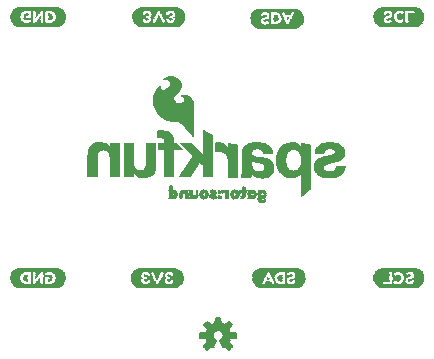
<source format=gbo>
G75*
%MOIN*%
%OFA0B0*%
%FSLAX25Y25*%
%IPPOS*%
%LPD*%
%AMOC8*
5,1,8,0,0,1.08239X$1,22.5*
%
%ADD10C,0.00591*%
%ADD11C,0.00300*%
%ADD12R,0.13701X0.00157*%
%ADD13R,0.14646X0.00157*%
%ADD14R,0.15276X0.00157*%
%ADD15R,0.15906X0.00157*%
%ADD16R,0.16220X0.00157*%
%ADD17R,0.16535X0.00157*%
%ADD18R,0.16850X0.00157*%
%ADD19R,0.04252X0.00157*%
%ADD20R,0.11969X0.00157*%
%ADD21R,0.04094X0.00157*%
%ADD22R,0.01260X0.00157*%
%ADD23R,0.01890X0.00157*%
%ADD24R,0.00630X0.00157*%
%ADD25R,0.03780X0.00157*%
%ADD26R,0.00787X0.00157*%
%ADD27R,0.01575X0.00157*%
%ADD28R,0.00472X0.00157*%
%ADD29R,0.01417X0.00157*%
%ADD30R,0.03465X0.00157*%
%ADD31R,0.03622X0.00157*%
%ADD32R,0.01102X0.00157*%
%ADD33R,0.03307X0.00157*%
%ADD34R,0.00945X0.00157*%
%ADD35R,0.02835X0.00157*%
%ADD36R,0.02992X0.00157*%
%ADD37R,0.00157X0.00157*%
%ADD38R,0.00315X0.00157*%
%ADD39R,0.03937X0.00157*%
%ADD40R,0.01732X0.00157*%
%ADD41R,0.12756X0.00157*%
%ADD42R,0.14331X0.00157*%
%ADD43R,0.14961X0.00157*%
%ADD44R,0.15591X0.00157*%
%ADD45R,0.07087X0.00157*%
%ADD46R,0.02362X0.00157*%
%ADD47R,0.02047X0.00157*%
%ADD48R,0.03150X0.00157*%
%ADD49R,0.04409X0.00157*%
%ADD50R,0.02205X0.00157*%
%ADD51R,0.05039X0.00157*%
%ADD52R,0.02520X0.00157*%
%ADD53R,0.13071X0.00157*%
%ADD54R,0.14016X0.00157*%
%ADD55R,0.04567X0.00157*%
%ADD56R,0.02677X0.00157*%
%ADD57R,0.04882X0.00157*%
%ADD58R,0.05354X0.00157*%
%ADD59R,0.12126X0.00157*%
%ADD60R,0.05197X0.00157*%
D10*
X0149698Y0269246D02*
X0148680Y0270264D01*
X0149890Y0271748D01*
X0149582Y0272346D01*
X0149377Y0272987D01*
X0147472Y0273180D01*
X0147472Y0274620D01*
X0149377Y0274813D01*
X0149582Y0275454D01*
X0149890Y0276052D01*
X0148680Y0277536D01*
X0149698Y0278554D01*
X0151182Y0277343D01*
X0151780Y0277651D01*
X0152420Y0277856D01*
X0152614Y0279761D01*
X0154053Y0279761D01*
X0154247Y0277856D01*
X0154887Y0277651D01*
X0155485Y0277343D01*
X0156969Y0278554D01*
X0157987Y0277536D01*
X0156777Y0276052D01*
X0157085Y0275454D01*
X0157290Y0274813D01*
X0159195Y0274620D01*
X0159195Y0273180D01*
X0157290Y0272987D01*
X0157085Y0272346D01*
X0156777Y0271748D01*
X0157987Y0270264D01*
X0156969Y0269246D01*
X0155485Y0270457D01*
X0154887Y0270149D01*
X0154040Y0272195D01*
X0154418Y0272407D01*
X0154737Y0272701D01*
X0154978Y0273062D01*
X0155128Y0273469D01*
X0155179Y0273900D01*
X0155126Y0274339D01*
X0154970Y0274752D01*
X0154721Y0275117D01*
X0154392Y0275411D01*
X0154002Y0275620D01*
X0153574Y0275729D01*
X0153133Y0275734D01*
X0152702Y0275634D01*
X0152308Y0275434D01*
X0151973Y0275146D01*
X0151716Y0274787D01*
X0151551Y0274377D01*
X0151489Y0273940D01*
X0151532Y0273500D01*
X0151678Y0273084D01*
X0151920Y0272714D01*
X0152242Y0272412D01*
X0152627Y0272195D01*
X0151779Y0270149D01*
X0151182Y0270457D01*
X0149698Y0269246D01*
X0149297Y0269647D02*
X0150189Y0269647D01*
X0150911Y0270236D02*
X0148708Y0270236D01*
X0149137Y0270825D02*
X0152060Y0270825D01*
X0152304Y0271414D02*
X0149617Y0271414D01*
X0149759Y0272003D02*
X0152548Y0272003D01*
X0152049Y0272592D02*
X0149503Y0272592D01*
X0147472Y0273181D02*
X0151644Y0273181D01*
X0151505Y0273770D02*
X0147472Y0273770D01*
X0147472Y0274359D02*
X0151549Y0274359D01*
X0151831Y0274948D02*
X0149420Y0274948D01*
X0149625Y0275538D02*
X0152513Y0275538D01*
X0154156Y0275538D02*
X0157041Y0275538D01*
X0156838Y0276127D02*
X0149829Y0276127D01*
X0149349Y0276716D02*
X0157318Y0276716D01*
X0157798Y0277305D02*
X0148868Y0277305D01*
X0149038Y0277894D02*
X0150507Y0277894D01*
X0149784Y0278483D02*
X0149627Y0278483D01*
X0152484Y0278483D02*
X0154183Y0278483D01*
X0154123Y0279072D02*
X0152544Y0279072D01*
X0152603Y0279661D02*
X0154063Y0279661D01*
X0154243Y0277894D02*
X0152424Y0277894D01*
X0156160Y0277894D02*
X0157629Y0277894D01*
X0157040Y0278483D02*
X0156882Y0278483D01*
X0157246Y0274948D02*
X0154836Y0274948D01*
X0155118Y0274359D02*
X0159195Y0274359D01*
X0159195Y0273770D02*
X0155164Y0273770D01*
X0155022Y0273181D02*
X0159195Y0273181D01*
X0157163Y0272592D02*
X0154619Y0272592D01*
X0154119Y0272003D02*
X0156908Y0272003D01*
X0157049Y0271414D02*
X0154363Y0271414D01*
X0154607Y0270825D02*
X0157530Y0270825D01*
X0157959Y0270236D02*
X0155756Y0270236D01*
X0155056Y0270236D02*
X0154851Y0270236D01*
X0156478Y0269647D02*
X0157370Y0269647D01*
X0151815Y0270236D02*
X0151610Y0270236D01*
D11*
X0180892Y0320294D02*
X0181286Y0320648D01*
X0181680Y0320963D01*
X0182073Y0321317D01*
X0182428Y0321672D01*
X0182822Y0321987D01*
X0183215Y0322341D01*
X0183570Y0322656D01*
X0183963Y0323010D01*
X0183963Y0337538D01*
X0183255Y0337695D01*
X0182861Y0337735D01*
X0182507Y0337813D01*
X0182152Y0337853D01*
X0181798Y0337931D01*
X0181404Y0338010D01*
X0181050Y0338050D01*
X0181050Y0336632D01*
X0180735Y0337065D01*
X0180381Y0337420D01*
X0180026Y0337735D01*
X0179633Y0337971D01*
X0179199Y0338128D01*
X0178727Y0338286D01*
X0178215Y0338325D01*
X0177743Y0338365D01*
X0176522Y0338246D01*
X0175459Y0337892D01*
X0174593Y0337302D01*
X0173885Y0336554D01*
X0173333Y0335648D01*
X0172979Y0334664D01*
X0172743Y0333561D01*
X0172664Y0332380D01*
X0175735Y0332459D01*
X0175774Y0333128D01*
X0175853Y0333798D01*
X0176050Y0334388D01*
X0176325Y0334939D01*
X0176680Y0335412D01*
X0177152Y0335766D01*
X0177703Y0335963D01*
X0178412Y0336042D01*
X0179081Y0335963D01*
X0179672Y0335766D01*
X0180105Y0335412D01*
X0180459Y0334939D01*
X0180735Y0334388D01*
X0180892Y0333798D01*
X0181010Y0333128D01*
X0181050Y0332459D01*
X0181010Y0331790D01*
X0180892Y0331160D01*
X0180735Y0330569D01*
X0180459Y0330018D01*
X0180105Y0329585D01*
X0179633Y0329231D01*
X0179042Y0328994D01*
X0178373Y0328916D01*
X0177664Y0328994D01*
X0177113Y0329231D01*
X0176640Y0329585D01*
X0176286Y0330018D01*
X0176050Y0330569D01*
X0173333Y0329270D01*
X0173885Y0328404D01*
X0174554Y0327656D01*
X0175420Y0327105D01*
X0176404Y0326750D01*
X0177546Y0326632D01*
X0178058Y0326672D01*
X0178530Y0326750D01*
X0179003Y0326869D01*
X0179436Y0327065D01*
X0179869Y0327302D01*
X0180262Y0327577D01*
X0180577Y0327931D01*
X0180892Y0328325D01*
X0180892Y0320294D01*
X0180892Y0320505D02*
X0181127Y0320505D01*
X0180892Y0320804D02*
X0181481Y0320804D01*
X0181835Y0321102D02*
X0180892Y0321102D01*
X0180892Y0321401D02*
X0182157Y0321401D01*
X0182462Y0321699D02*
X0180892Y0321699D01*
X0180892Y0321998D02*
X0182834Y0321998D01*
X0183166Y0322296D02*
X0180892Y0322296D01*
X0180892Y0322595D02*
X0183501Y0322595D01*
X0183833Y0322893D02*
X0180892Y0322893D01*
X0180892Y0323192D02*
X0183963Y0323192D01*
X0183963Y0323490D02*
X0180892Y0323490D01*
X0180892Y0323789D02*
X0183963Y0323789D01*
X0183963Y0324087D02*
X0180892Y0324087D01*
X0180892Y0324386D02*
X0183963Y0324386D01*
X0183963Y0324684D02*
X0180892Y0324684D01*
X0180892Y0324983D02*
X0183963Y0324983D01*
X0183963Y0325281D02*
X0180892Y0325281D01*
X0180892Y0325580D02*
X0183963Y0325580D01*
X0183963Y0325878D02*
X0180892Y0325878D01*
X0180892Y0326177D02*
X0183963Y0326177D01*
X0183963Y0326475D02*
X0180892Y0326475D01*
X0180892Y0326774D02*
X0183963Y0326774D01*
X0183963Y0327072D02*
X0180892Y0327072D01*
X0180892Y0327371D02*
X0183963Y0327371D01*
X0183963Y0327670D02*
X0180892Y0327670D01*
X0180892Y0327968D02*
X0183963Y0327968D01*
X0183963Y0328267D02*
X0180892Y0328267D01*
X0180845Y0328267D02*
X0174007Y0328267D01*
X0173782Y0328565D02*
X0183963Y0328565D01*
X0183963Y0328864D02*
X0173592Y0328864D01*
X0173402Y0329162D02*
X0177273Y0329162D01*
X0176806Y0329461D02*
X0173732Y0329461D01*
X0173262Y0329461D01*
X0173333Y0329270D02*
X0176050Y0330569D01*
X0175853Y0331160D01*
X0175774Y0331790D01*
X0175735Y0332459D01*
X0172664Y0332380D01*
X0172743Y0331278D01*
X0172979Y0330215D01*
X0173333Y0329270D01*
X0173150Y0329759D02*
X0174356Y0329759D01*
X0176498Y0329759D01*
X0176269Y0330058D02*
X0174980Y0330058D01*
X0173038Y0330058D01*
X0172948Y0330356D02*
X0175604Y0330356D01*
X0176141Y0330356D01*
X0176021Y0330655D02*
X0172881Y0330655D01*
X0172815Y0330953D02*
X0175922Y0330953D01*
X0175842Y0331252D02*
X0172749Y0331252D01*
X0172723Y0331550D02*
X0175804Y0331550D01*
X0175771Y0331849D02*
X0172702Y0331849D01*
X0172681Y0332147D02*
X0175753Y0332147D01*
X0175736Y0332446D02*
X0175214Y0332446D01*
X0172668Y0332446D01*
X0172688Y0332744D02*
X0175752Y0332744D01*
X0175769Y0333043D02*
X0172708Y0333043D01*
X0172728Y0333341D02*
X0175799Y0333341D01*
X0175834Y0333640D02*
X0172760Y0333640D01*
X0172824Y0333938D02*
X0175900Y0333938D01*
X0175999Y0334237D02*
X0172887Y0334237D01*
X0172951Y0334535D02*
X0176123Y0334535D01*
X0176273Y0334834D02*
X0173040Y0334834D01*
X0173148Y0335132D02*
X0176470Y0335132D01*
X0176705Y0335431D02*
X0173255Y0335431D01*
X0173383Y0335729D02*
X0177103Y0335729D01*
X0178287Y0336028D02*
X0173565Y0336028D01*
X0173746Y0336326D02*
X0183963Y0336326D01*
X0183963Y0336028D02*
X0178530Y0336028D01*
X0179717Y0335729D02*
X0183963Y0335729D01*
X0183963Y0335431D02*
X0180082Y0335431D01*
X0180315Y0335132D02*
X0183963Y0335132D01*
X0183963Y0334834D02*
X0180512Y0334834D01*
X0180661Y0334535D02*
X0183963Y0334535D01*
X0183963Y0334237D02*
X0180775Y0334237D01*
X0180855Y0333938D02*
X0183963Y0333938D01*
X0183963Y0333640D02*
X0180920Y0333640D01*
X0180973Y0333341D02*
X0183963Y0333341D01*
X0183963Y0333043D02*
X0181016Y0333043D01*
X0181033Y0332744D02*
X0183963Y0332744D01*
X0183963Y0332446D02*
X0181049Y0332446D01*
X0181032Y0332147D02*
X0183963Y0332147D01*
X0183963Y0331849D02*
X0181014Y0331849D01*
X0180966Y0331550D02*
X0183963Y0331550D01*
X0183963Y0331252D02*
X0180910Y0331252D01*
X0180837Y0330953D02*
X0183963Y0330953D01*
X0183963Y0330655D02*
X0180758Y0330655D01*
X0180628Y0330356D02*
X0183963Y0330356D01*
X0183963Y0330058D02*
X0180479Y0330058D01*
X0180247Y0329759D02*
X0183963Y0329759D01*
X0183963Y0329461D02*
X0179939Y0329461D01*
X0179461Y0329162D02*
X0183963Y0329162D01*
X0185341Y0329506D02*
X0185656Y0328680D01*
X0186168Y0328010D01*
X0186798Y0327459D01*
X0187585Y0327065D01*
X0188451Y0326829D01*
X0189357Y0326672D01*
X0190302Y0326632D01*
X0191247Y0326672D01*
X0192192Y0326829D01*
X0193058Y0327105D01*
X0193845Y0327498D01*
X0194514Y0328010D01*
X0195026Y0328680D01*
X0195381Y0329546D01*
X0195538Y0330530D01*
X0192625Y0330530D01*
X0192585Y0330097D01*
X0192428Y0329703D01*
X0192192Y0329388D01*
X0191877Y0329113D01*
X0191522Y0328916D01*
X0191129Y0328798D01*
X0190735Y0328719D01*
X0190262Y0328680D01*
X0189948Y0328680D01*
X0189593Y0328758D01*
X0189278Y0328837D01*
X0188963Y0328994D01*
X0188688Y0329152D01*
X0188451Y0329428D01*
X0188333Y0329743D01*
X0188255Y0330097D01*
X0188333Y0330412D01*
X0188491Y0330687D01*
X0188806Y0330924D01*
X0189199Y0331120D01*
X0189672Y0331317D01*
X0190262Y0331475D01*
X0190971Y0331632D01*
X0192388Y0331987D01*
X0193058Y0332183D01*
X0193648Y0332420D01*
X0194160Y0332695D01*
X0194633Y0333089D01*
X0194987Y0333561D01*
X0195184Y0334113D01*
X0195262Y0334782D01*
X0195144Y0335766D01*
X0194869Y0336554D01*
X0194357Y0337183D01*
X0193727Y0337656D01*
X0193018Y0337971D01*
X0192192Y0338207D01*
X0191325Y0338325D01*
X0190420Y0338365D01*
X0189514Y0338325D01*
X0188688Y0338207D01*
X0187861Y0337971D01*
X0187152Y0337617D01*
X0186522Y0337144D01*
X0186050Y0336514D01*
X0185696Y0335766D01*
X0185499Y0334821D01*
X0188412Y0334821D01*
X0188491Y0335215D01*
X0188648Y0335530D01*
X0188845Y0335806D01*
X0189081Y0336002D01*
X0189396Y0336160D01*
X0190105Y0336317D01*
X0190774Y0336317D01*
X0191089Y0336278D01*
X0191365Y0336239D01*
X0191640Y0336160D01*
X0191877Y0336002D01*
X0192034Y0335845D01*
X0192152Y0335609D01*
X0192231Y0335294D01*
X0192152Y0334900D01*
X0191916Y0334624D01*
X0191562Y0334388D01*
X0191129Y0334191D01*
X0190617Y0334034D01*
X0190026Y0333916D01*
X0189396Y0333758D01*
X0188727Y0333640D01*
X0188097Y0333443D01*
X0187428Y0333246D01*
X0186837Y0333010D01*
X0186325Y0332695D01*
X0185853Y0332302D01*
X0185499Y0331790D01*
X0185302Y0331199D01*
X0185223Y0330491D01*
X0185341Y0329506D01*
X0185359Y0329461D02*
X0188439Y0329461D01*
X0188330Y0329759D02*
X0185311Y0329759D01*
X0185275Y0330058D02*
X0188263Y0330058D01*
X0188319Y0330356D02*
X0185239Y0330356D01*
X0185241Y0330655D02*
X0188472Y0330655D01*
X0188865Y0330953D02*
X0185274Y0330953D01*
X0185319Y0331252D02*
X0189514Y0331252D01*
X0190602Y0331550D02*
X0185419Y0331550D01*
X0185539Y0331849D02*
X0191837Y0331849D01*
X0192934Y0332147D02*
X0185746Y0332147D01*
X0186026Y0332446D02*
X0193697Y0332446D01*
X0194219Y0332744D02*
X0186405Y0332744D01*
X0186918Y0333043D02*
X0194577Y0333043D01*
X0194822Y0333341D02*
X0187750Y0333341D01*
X0188726Y0333640D02*
X0195015Y0333640D01*
X0195121Y0333938D02*
X0190139Y0333938D01*
X0191229Y0334237D02*
X0195198Y0334237D01*
X0195233Y0334535D02*
X0191782Y0334535D01*
X0192095Y0334834D02*
X0195256Y0334834D01*
X0195220Y0335132D02*
X0192199Y0335132D01*
X0192197Y0335431D02*
X0195185Y0335431D01*
X0195149Y0335729D02*
X0192092Y0335729D01*
X0191838Y0336028D02*
X0195053Y0336028D01*
X0194948Y0336326D02*
X0185961Y0336326D01*
X0185820Y0336028D02*
X0189132Y0336028D01*
X0188791Y0335729D02*
X0185688Y0335729D01*
X0185626Y0335431D02*
X0188599Y0335431D01*
X0188474Y0335132D02*
X0185563Y0335132D01*
X0185501Y0334834D02*
X0188415Y0334834D01*
X0186133Y0336625D02*
X0194811Y0336625D01*
X0194568Y0336923D02*
X0186357Y0336923D01*
X0186626Y0337222D02*
X0194306Y0337222D01*
X0193908Y0337520D02*
X0187024Y0337520D01*
X0187557Y0337819D02*
X0193360Y0337819D01*
X0192505Y0338117D02*
X0188374Y0338117D01*
X0183963Y0337520D02*
X0181050Y0337520D01*
X0181050Y0337222D02*
X0183963Y0337222D01*
X0183963Y0336923D02*
X0181050Y0336923D01*
X0180838Y0336923D02*
X0174235Y0336923D01*
X0173952Y0336625D02*
X0183963Y0336625D01*
X0182457Y0337819D02*
X0181050Y0337819D01*
X0180578Y0337222D02*
X0174518Y0337222D01*
X0174914Y0337520D02*
X0180267Y0337520D01*
X0179886Y0337819D02*
X0175352Y0337819D01*
X0176135Y0338117D02*
X0179230Y0338117D01*
X0171247Y0335609D02*
X0171089Y0336002D01*
X0170892Y0336396D01*
X0170656Y0336750D01*
X0170381Y0337065D01*
X0169672Y0337538D01*
X0169318Y0337735D01*
X0168924Y0337931D01*
X0168058Y0338168D01*
X0167585Y0338246D01*
X0167152Y0338286D01*
X0166680Y0338325D01*
X0165341Y0338325D01*
X0164948Y0338286D01*
X0164081Y0338128D01*
X0163688Y0338050D01*
X0163294Y0337931D01*
X0162940Y0337774D01*
X0162585Y0337577D01*
X0162270Y0337341D01*
X0161995Y0337105D01*
X0161759Y0336790D01*
X0161562Y0336475D01*
X0161444Y0336081D01*
X0161325Y0335648D01*
X0161325Y0328994D01*
X0161286Y0328798D01*
X0161286Y0328286D01*
X0161247Y0328089D01*
X0161247Y0327931D01*
X0161129Y0327459D01*
X0161129Y0327341D01*
X0161089Y0327223D01*
X0161010Y0327105D01*
X0160971Y0326987D01*
X0160932Y0326908D01*
X0164042Y0326908D01*
X0164042Y0326987D01*
X0164081Y0327026D01*
X0164081Y0327105D01*
X0164121Y0327183D01*
X0164160Y0327223D01*
X0164160Y0327380D01*
X0164199Y0327420D01*
X0164199Y0327577D01*
X0164239Y0327656D01*
X0164239Y0327971D01*
X0164436Y0327813D01*
X0164633Y0327617D01*
X0164829Y0327459D01*
X0165026Y0327341D01*
X0165735Y0326987D01*
X0166207Y0326829D01*
X0166444Y0326790D01*
X0166719Y0326711D01*
X0166955Y0326672D01*
X0167231Y0326632D01*
X0167467Y0326632D01*
X0167743Y0326593D01*
X0168373Y0326593D01*
X0168766Y0326632D01*
X0169475Y0326790D01*
X0169829Y0326908D01*
X0170144Y0327065D01*
X0170420Y0327223D01*
X0170696Y0327420D01*
X0170932Y0327617D01*
X0171129Y0327892D01*
X0171325Y0328128D01*
X0171483Y0328443D01*
X0171601Y0328758D01*
X0171719Y0329152D01*
X0171759Y0329506D01*
X0171798Y0329939D01*
X0171680Y0330806D01*
X0171444Y0331475D01*
X0171089Y0332026D01*
X0170577Y0332459D01*
X0170026Y0332813D01*
X0169396Y0333050D01*
X0168727Y0333207D01*
X0168018Y0333325D01*
X0167428Y0331593D01*
X0167585Y0331554D01*
X0167743Y0331475D01*
X0167900Y0331435D01*
X0168058Y0331357D01*
X0168176Y0331278D01*
X0168412Y0331042D01*
X0168570Y0330806D01*
X0168648Y0330648D01*
X0168688Y0330491D01*
X0168727Y0330294D01*
X0168727Y0329900D01*
X0168688Y0329703D01*
X0168648Y0329546D01*
X0168570Y0329388D01*
X0168412Y0329152D01*
X0168294Y0329034D01*
X0168176Y0328955D01*
X0168018Y0328876D01*
X0167900Y0328837D01*
X0167743Y0328758D01*
X0167585Y0328719D01*
X0167388Y0328680D01*
X0166444Y0328680D01*
X0166050Y0328758D01*
X0165735Y0328837D01*
X0165459Y0328994D01*
X0165223Y0329113D01*
X0165026Y0329309D01*
X0164711Y0329703D01*
X0164633Y0329900D01*
X0164514Y0330136D01*
X0164396Y0330727D01*
X0164396Y0332380D01*
X0164475Y0332302D01*
X0164711Y0332144D01*
X0165026Y0332065D01*
X0165144Y0332026D01*
X0165341Y0331987D01*
X0165656Y0331908D01*
X0166010Y0333561D01*
X0165499Y0333719D01*
X0165026Y0333876D01*
X0164672Y0334073D01*
X0164436Y0334388D01*
X0164396Y0334782D01*
X0164396Y0335018D01*
X0164436Y0335254D01*
X0164475Y0335412D01*
X0164633Y0335727D01*
X0164711Y0335845D01*
X0164829Y0335963D01*
X0164948Y0336042D01*
X0165105Y0336120D01*
X0165262Y0336160D01*
X0165420Y0336239D01*
X0165577Y0336239D01*
X0165971Y0336317D01*
X0166562Y0336317D01*
X0166798Y0336278D01*
X0166995Y0336239D01*
X0167152Y0336199D01*
X0167349Y0336160D01*
X0167507Y0336081D01*
X0167625Y0336002D01*
X0167782Y0335924D01*
X0168018Y0335687D01*
X0168255Y0335215D01*
X0168294Y0335018D01*
X0168373Y0334821D01*
X0168373Y0334624D01*
X0171444Y0334624D01*
X0171365Y0335136D01*
X0171247Y0335609D01*
X0171198Y0335729D02*
X0167976Y0335729D01*
X0168147Y0335431D02*
X0171291Y0335431D01*
X0171365Y0335132D02*
X0168271Y0335132D01*
X0168368Y0334834D02*
X0171411Y0334834D01*
X0171077Y0336028D02*
X0167586Y0336028D01*
X0168242Y0338117D02*
X0164027Y0338117D01*
X0163041Y0337819D02*
X0169149Y0337819D01*
X0169698Y0337520D02*
X0162510Y0337520D01*
X0162131Y0337222D02*
X0170146Y0337222D01*
X0170505Y0336923D02*
X0161859Y0336923D01*
X0161655Y0336625D02*
X0170740Y0336625D01*
X0170927Y0336326D02*
X0161517Y0336326D01*
X0161429Y0336028D02*
X0164927Y0336028D01*
X0164634Y0335729D02*
X0161348Y0335729D01*
X0161325Y0335431D02*
X0164485Y0335431D01*
X0164415Y0335132D02*
X0161325Y0335132D01*
X0161325Y0334834D02*
X0164396Y0334834D01*
X0164421Y0334535D02*
X0161325Y0334535D01*
X0161325Y0334237D02*
X0164549Y0334237D01*
X0164915Y0333938D02*
X0161325Y0333938D01*
X0161325Y0333640D02*
X0165756Y0333640D01*
X0166010Y0333561D02*
X0165656Y0331908D01*
X0165853Y0331908D01*
X0166010Y0331869D01*
X0166207Y0331829D01*
X0166365Y0331829D01*
X0166759Y0331750D01*
X0166916Y0331711D01*
X0167113Y0331672D01*
X0167428Y0331593D01*
X0168018Y0333325D01*
X0167310Y0333404D01*
X0166640Y0333483D01*
X0166010Y0333561D01*
X0165963Y0333341D02*
X0161325Y0333341D01*
X0161325Y0333043D02*
X0165899Y0333043D01*
X0167922Y0333043D01*
X0169415Y0333043D01*
X0170134Y0332744D02*
X0167820Y0332744D01*
X0165835Y0332744D01*
X0161325Y0332744D01*
X0161325Y0332446D02*
X0165771Y0332446D01*
X0167719Y0332446D01*
X0170593Y0332446D01*
X0170946Y0332147D02*
X0167617Y0332147D01*
X0165707Y0332147D01*
X0164707Y0332147D01*
X0164396Y0332147D02*
X0161325Y0332147D01*
X0161325Y0331849D02*
X0164396Y0331849D01*
X0164396Y0331550D02*
X0161325Y0331550D01*
X0161325Y0331252D02*
X0164396Y0331252D01*
X0164396Y0330953D02*
X0161325Y0330953D01*
X0161325Y0330655D02*
X0164411Y0330655D01*
X0164470Y0330356D02*
X0161325Y0330356D01*
X0161325Y0330058D02*
X0164554Y0330058D01*
X0164689Y0329759D02*
X0161325Y0329759D01*
X0161325Y0329461D02*
X0164905Y0329461D01*
X0165174Y0329162D02*
X0161325Y0329162D01*
X0161299Y0328864D02*
X0165688Y0328864D01*
X0164580Y0327670D02*
X0170970Y0327670D01*
X0171192Y0327968D02*
X0164242Y0327968D01*
X0164239Y0327968D02*
X0161247Y0327968D01*
X0161282Y0328267D02*
X0171395Y0328267D01*
X0171529Y0328565D02*
X0161286Y0328565D01*
X0161181Y0327670D02*
X0164239Y0327670D01*
X0164160Y0327371D02*
X0161129Y0327371D01*
X0161000Y0327072D02*
X0164081Y0327072D01*
X0164976Y0327371D02*
X0170627Y0327371D01*
X0170157Y0327072D02*
X0165563Y0327072D01*
X0166499Y0326774D02*
X0169404Y0326774D01*
X0167980Y0328864D02*
X0171633Y0328864D01*
X0171720Y0329162D02*
X0168419Y0329162D01*
X0168606Y0329461D02*
X0171753Y0329461D01*
X0171781Y0329759D02*
X0168699Y0329759D01*
X0168727Y0330058D02*
X0171782Y0330058D01*
X0171741Y0330356D02*
X0168715Y0330356D01*
X0168645Y0330655D02*
X0171700Y0330655D01*
X0171628Y0330953D02*
X0168471Y0330953D01*
X0168202Y0331252D02*
X0171522Y0331252D01*
X0171395Y0331550D02*
X0167592Y0331550D01*
X0167515Y0331849D02*
X0171203Y0331849D01*
X0167874Y0333341D02*
X0165963Y0333341D01*
X0166110Y0331849D02*
X0167515Y0331849D01*
X0174275Y0327968D02*
X0180607Y0327968D01*
X0180345Y0327670D02*
X0174542Y0327670D01*
X0175002Y0327371D02*
X0179968Y0327371D01*
X0179449Y0327072D02*
X0175509Y0327072D01*
X0176339Y0326774D02*
X0178625Y0326774D01*
X0185472Y0329162D02*
X0188679Y0329162D01*
X0189225Y0328864D02*
X0185586Y0328864D01*
X0185744Y0328565D02*
X0194939Y0328565D01*
X0195102Y0328864D02*
X0191348Y0328864D01*
X0191933Y0329162D02*
X0195224Y0329162D01*
X0195346Y0329461D02*
X0192246Y0329461D01*
X0192450Y0329759D02*
X0195415Y0329759D01*
X0195462Y0330058D02*
X0192570Y0330058D01*
X0192609Y0330356D02*
X0195510Y0330356D01*
X0194710Y0328267D02*
X0185972Y0328267D01*
X0186216Y0327968D02*
X0194459Y0327968D01*
X0194069Y0327670D02*
X0186557Y0327670D01*
X0186974Y0327371D02*
X0193590Y0327371D01*
X0192956Y0327072D02*
X0187571Y0327072D01*
X0188769Y0326774D02*
X0191861Y0326774D01*
X0159633Y0326908D02*
X0159633Y0336199D01*
X0159593Y0337538D01*
X0159239Y0337617D01*
X0158845Y0337656D01*
X0158136Y0337813D01*
X0157782Y0337853D01*
X0157428Y0337931D01*
X0157034Y0338010D01*
X0156680Y0338050D01*
X0156680Y0336002D01*
X0156404Y0336514D01*
X0156089Y0336947D01*
X0155696Y0337341D01*
X0155223Y0337695D01*
X0154751Y0337971D01*
X0154239Y0338207D01*
X0153688Y0338325D01*
X0153097Y0338365D01*
X0152861Y0338365D01*
X0152782Y0338325D01*
X0152703Y0338325D01*
X0152585Y0338286D01*
X0152507Y0338286D01*
X0152428Y0338246D01*
X0152428Y0335412D01*
X0152546Y0335451D01*
X0152664Y0335451D01*
X0152822Y0335491D01*
X0153097Y0335491D01*
X0153255Y0335530D01*
X0153530Y0335530D01*
X0154318Y0335451D01*
X0154948Y0335254D01*
X0155499Y0334900D01*
X0155892Y0334467D01*
X0156207Y0333955D01*
X0156404Y0333325D01*
X0156522Y0332656D01*
X0156562Y0331947D01*
X0156562Y0326908D01*
X0159633Y0326908D01*
X0159633Y0327072D02*
X0156562Y0327072D01*
X0156562Y0327371D02*
X0159633Y0327371D01*
X0159633Y0327670D02*
X0156562Y0327670D01*
X0156562Y0327968D02*
X0159633Y0327968D01*
X0159633Y0328267D02*
X0156562Y0328267D01*
X0156562Y0328565D02*
X0159633Y0328565D01*
X0159633Y0328864D02*
X0156562Y0328864D01*
X0156562Y0329162D02*
X0159633Y0329162D01*
X0159633Y0329461D02*
X0156562Y0329461D01*
X0156562Y0329759D02*
X0159633Y0329759D01*
X0159633Y0330058D02*
X0156562Y0330058D01*
X0156562Y0330356D02*
X0159633Y0330356D01*
X0159633Y0330655D02*
X0156562Y0330655D01*
X0156562Y0330953D02*
X0159633Y0330953D01*
X0159633Y0331252D02*
X0156562Y0331252D01*
X0156562Y0331550D02*
X0159633Y0331550D01*
X0159633Y0331849D02*
X0156562Y0331849D01*
X0156551Y0332147D02*
X0159633Y0332147D01*
X0159633Y0332446D02*
X0156534Y0332446D01*
X0156507Y0332744D02*
X0159633Y0332744D01*
X0159633Y0333043D02*
X0156454Y0333043D01*
X0156399Y0333341D02*
X0159633Y0333341D01*
X0159633Y0333640D02*
X0156306Y0333640D01*
X0156213Y0333938D02*
X0159633Y0333938D01*
X0159633Y0334237D02*
X0156034Y0334237D01*
X0155830Y0334535D02*
X0159633Y0334535D01*
X0159633Y0334834D02*
X0155559Y0334834D01*
X0155137Y0335132D02*
X0159633Y0335132D01*
X0159633Y0335431D02*
X0154383Y0335431D01*
X0152485Y0335431D02*
X0152428Y0335431D01*
X0152428Y0335729D02*
X0159633Y0335729D01*
X0159633Y0336028D02*
X0156680Y0336028D01*
X0156666Y0336028D02*
X0152428Y0336028D01*
X0152428Y0336326D02*
X0156505Y0336326D01*
X0156680Y0336326D02*
X0159629Y0336326D01*
X0159620Y0336625D02*
X0156680Y0336625D01*
X0156680Y0336923D02*
X0159611Y0336923D01*
X0159602Y0337222D02*
X0156680Y0337222D01*
X0156680Y0337520D02*
X0159594Y0337520D01*
X0158087Y0337819D02*
X0156680Y0337819D01*
X0155815Y0337222D02*
X0152428Y0337222D01*
X0152428Y0337520D02*
X0155456Y0337520D01*
X0155011Y0337819D02*
X0152428Y0337819D01*
X0152428Y0338117D02*
X0154433Y0338117D01*
X0156107Y0336923D02*
X0152428Y0336923D01*
X0152428Y0336625D02*
X0156324Y0336625D01*
X0151247Y0336625D02*
X0148176Y0336625D01*
X0148176Y0336923D02*
X0151247Y0336923D01*
X0151247Y0337222D02*
X0148176Y0337222D01*
X0148176Y0337520D02*
X0151247Y0337520D01*
X0151247Y0337819D02*
X0148176Y0337819D01*
X0148176Y0338117D02*
X0151247Y0338117D01*
X0151247Y0338416D02*
X0148176Y0338416D01*
X0148176Y0338714D02*
X0151247Y0338714D01*
X0151247Y0339013D02*
X0148176Y0339013D01*
X0148176Y0339311D02*
X0151247Y0339311D01*
X0151247Y0339610D02*
X0148176Y0339610D01*
X0148176Y0339908D02*
X0151247Y0339908D01*
X0151247Y0340207D02*
X0148176Y0340207D01*
X0148176Y0340505D02*
X0151247Y0340505D01*
X0151247Y0340609D02*
X0151247Y0326947D01*
X0148176Y0326947D01*
X0148176Y0330766D01*
X0146995Y0331908D01*
X0143924Y0326947D01*
X0140223Y0326947D01*
X0144908Y0333955D01*
X0140696Y0338050D01*
X0144318Y0338050D01*
X0148176Y0334073D01*
X0148176Y0342302D01*
X0151247Y0340609D01*
X0150892Y0340804D02*
X0148176Y0340804D01*
X0148176Y0341103D02*
X0150351Y0341103D01*
X0149809Y0341401D02*
X0148176Y0341401D01*
X0148176Y0341700D02*
X0149268Y0341700D01*
X0148726Y0341998D02*
X0148176Y0341998D01*
X0148176Y0342297D02*
X0148185Y0342297D01*
X0144908Y0342297D02*
X0143240Y0342297D01*
X0143018Y0342538D02*
X0142546Y0343050D01*
X0142073Y0343601D01*
X0141601Y0344113D01*
X0141207Y0344546D01*
X0140814Y0344900D01*
X0140381Y0345176D01*
X0139987Y0345372D01*
X0139514Y0345491D01*
X0138018Y0345491D01*
X0137073Y0345609D01*
X0136207Y0345884D01*
X0135420Y0346199D01*
X0134672Y0346672D01*
X0134003Y0347223D01*
X0133412Y0347853D01*
X0132861Y0348561D01*
X0132073Y0349979D01*
X0131680Y0351435D01*
X0131601Y0352813D01*
X0131798Y0354073D01*
X0132192Y0355215D01*
X0132743Y0356120D01*
X0133373Y0356790D01*
X0134042Y0357183D01*
X0134042Y0357105D01*
X0134003Y0356987D01*
X0134003Y0356554D01*
X0134081Y0356317D01*
X0134199Y0356081D01*
X0134396Y0355924D01*
X0134672Y0355806D01*
X0134908Y0355806D01*
X0135184Y0355845D01*
X0135499Y0355963D01*
X0135814Y0356120D01*
X0136089Y0356278D01*
X0136365Y0356475D01*
X0136837Y0356947D01*
X0137034Y0357223D01*
X0137192Y0357498D01*
X0137270Y0357735D01*
X0137270Y0358207D01*
X0137192Y0358443D01*
X0137073Y0358640D01*
X0136877Y0358876D01*
X0136601Y0359113D01*
X0136286Y0359270D01*
X0135932Y0359388D01*
X0135617Y0359428D01*
X0135341Y0359428D01*
X0135105Y0359388D01*
X0134948Y0359349D01*
X0134908Y0359349D01*
X0134987Y0359428D01*
X0135302Y0359664D01*
X0135774Y0359900D01*
X0136365Y0360176D01*
X0137073Y0360333D01*
X0137861Y0360372D01*
X0138727Y0360176D01*
X0139633Y0359743D01*
X0140302Y0359152D01*
X0140735Y0358522D01*
X0140932Y0357892D01*
X0140932Y0357223D01*
X0140774Y0356514D01*
X0140381Y0355845D01*
X0139869Y0355136D01*
X0139199Y0354467D01*
X0138688Y0353876D01*
X0138451Y0353286D01*
X0138412Y0352735D01*
X0138609Y0352262D01*
X0138924Y0351829D01*
X0139396Y0351554D01*
X0139987Y0351396D01*
X0140617Y0351357D01*
X0141050Y0351475D01*
X0141404Y0351632D01*
X0141680Y0351829D01*
X0141877Y0352065D01*
X0142034Y0352341D01*
X0142113Y0352577D01*
X0142113Y0352853D01*
X0142034Y0353089D01*
X0141916Y0353286D01*
X0141759Y0353443D01*
X0141365Y0353680D01*
X0141207Y0353798D01*
X0141050Y0353837D01*
X0140932Y0353916D01*
X0140892Y0353916D01*
X0140971Y0353916D01*
X0141089Y0353955D01*
X0141286Y0354034D01*
X0141562Y0354073D01*
X0142231Y0354073D01*
X0142664Y0353994D01*
X0143058Y0353876D01*
X0143451Y0353719D01*
X0143806Y0353483D01*
X0144160Y0353207D01*
X0144436Y0352813D01*
X0144633Y0352380D01*
X0144829Y0351829D01*
X0144908Y0351199D01*
X0144908Y0340333D01*
X0144869Y0340412D01*
X0144751Y0340569D01*
X0144514Y0340845D01*
X0144239Y0341199D01*
X0143885Y0341593D01*
X0143018Y0342538D01*
X0142966Y0342595D02*
X0144908Y0342595D01*
X0144908Y0342894D02*
X0142690Y0342894D01*
X0142424Y0343192D02*
X0144908Y0343192D01*
X0144908Y0343491D02*
X0142168Y0343491D01*
X0141900Y0343789D02*
X0144908Y0343789D01*
X0144908Y0344088D02*
X0141624Y0344088D01*
X0141352Y0344386D02*
X0144908Y0344386D01*
X0144908Y0344685D02*
X0141053Y0344685D01*
X0140683Y0344983D02*
X0144908Y0344983D01*
X0144908Y0345282D02*
X0140168Y0345282D01*
X0137301Y0345580D02*
X0144908Y0345580D01*
X0144908Y0345879D02*
X0136225Y0345879D01*
X0135475Y0346177D02*
X0144908Y0346177D01*
X0144908Y0346476D02*
X0134982Y0346476D01*
X0134547Y0346774D02*
X0144908Y0346774D01*
X0144908Y0347073D02*
X0134185Y0347073D01*
X0133863Y0347371D02*
X0144908Y0347371D01*
X0144908Y0347670D02*
X0133584Y0347670D01*
X0133322Y0347968D02*
X0144908Y0347968D01*
X0144908Y0348267D02*
X0133090Y0348267D01*
X0132859Y0348565D02*
X0144908Y0348565D01*
X0144908Y0348864D02*
X0132693Y0348864D01*
X0132527Y0349162D02*
X0144908Y0349162D01*
X0144908Y0349461D02*
X0132361Y0349461D01*
X0132195Y0349759D02*
X0144908Y0349759D01*
X0144908Y0350058D02*
X0132052Y0350058D01*
X0131971Y0350356D02*
X0144908Y0350356D01*
X0144908Y0350655D02*
X0131891Y0350655D01*
X0131810Y0350953D02*
X0144908Y0350953D01*
X0144902Y0351252D02*
X0131729Y0351252D01*
X0131673Y0351550D02*
X0139408Y0351550D01*
X0138909Y0351849D02*
X0131656Y0351849D01*
X0131639Y0352147D02*
X0138692Y0352147D01*
X0138532Y0352446D02*
X0131622Y0352446D01*
X0131605Y0352744D02*
X0138413Y0352744D01*
X0138434Y0353043D02*
X0131637Y0353043D01*
X0131684Y0353341D02*
X0138474Y0353341D01*
X0138593Y0353640D02*
X0131730Y0353640D01*
X0131777Y0353939D02*
X0138742Y0353939D01*
X0139000Y0354237D02*
X0131854Y0354237D01*
X0131957Y0354536D02*
X0139268Y0354536D01*
X0139567Y0354834D02*
X0132060Y0354834D01*
X0132163Y0355133D02*
X0139865Y0355133D01*
X0140082Y0355431D02*
X0132323Y0355431D01*
X0132505Y0355730D02*
X0140297Y0355730D01*
X0140488Y0356028D02*
X0135629Y0356028D01*
X0136157Y0356327D02*
X0140664Y0356327D01*
X0140799Y0356625D02*
X0136515Y0356625D01*
X0136814Y0356924D02*
X0140865Y0356924D01*
X0140932Y0357222D02*
X0137034Y0357222D01*
X0137199Y0357521D02*
X0140932Y0357521D01*
X0140932Y0357819D02*
X0137270Y0357819D01*
X0137270Y0358118D02*
X0140861Y0358118D01*
X0140768Y0358416D02*
X0137201Y0358416D01*
X0137011Y0358715D02*
X0140602Y0358715D01*
X0140397Y0359013D02*
X0136717Y0359013D01*
X0136161Y0359312D02*
X0140121Y0359312D01*
X0139782Y0359610D02*
X0135230Y0359610D01*
X0135793Y0359909D02*
X0139285Y0359909D01*
X0138588Y0360207D02*
X0136507Y0360207D01*
X0134003Y0356924D02*
X0133600Y0356924D01*
X0133218Y0356625D02*
X0134003Y0356625D01*
X0134078Y0356327D02*
X0132937Y0356327D01*
X0132687Y0356028D02*
X0134266Y0356028D01*
X0141039Y0353939D02*
X0142851Y0353939D01*
X0143570Y0353640D02*
X0141431Y0353640D01*
X0141860Y0353341D02*
X0143987Y0353341D01*
X0144275Y0353043D02*
X0142049Y0353043D01*
X0142113Y0352744D02*
X0144467Y0352744D01*
X0144603Y0352446D02*
X0142069Y0352446D01*
X0141924Y0352147D02*
X0144716Y0352147D01*
X0144822Y0351849D02*
X0141696Y0351849D01*
X0141220Y0351550D02*
X0144864Y0351550D01*
X0144908Y0341998D02*
X0143513Y0341998D01*
X0143787Y0341700D02*
X0144908Y0341700D01*
X0144908Y0341401D02*
X0144057Y0341401D01*
X0144314Y0341103D02*
X0144908Y0341103D01*
X0144908Y0340804D02*
X0144549Y0340804D01*
X0144798Y0340505D02*
X0144908Y0340505D01*
X0144541Y0337819D02*
X0140933Y0337819D01*
X0141240Y0337520D02*
X0144831Y0337520D01*
X0145121Y0337222D02*
X0141547Y0337222D01*
X0141854Y0336923D02*
X0145410Y0336923D01*
X0145700Y0336625D02*
X0142161Y0336625D01*
X0142469Y0336326D02*
X0145990Y0336326D01*
X0146279Y0336028D02*
X0142776Y0336028D01*
X0143083Y0335729D02*
X0146569Y0335729D01*
X0146859Y0335431D02*
X0143390Y0335431D01*
X0143697Y0335132D02*
X0147148Y0335132D01*
X0147438Y0334834D02*
X0144004Y0334834D01*
X0144311Y0334535D02*
X0147728Y0334535D01*
X0148017Y0334237D02*
X0144618Y0334237D01*
X0144897Y0333938D02*
X0151247Y0333938D01*
X0151247Y0333640D02*
X0144697Y0333640D01*
X0144498Y0333341D02*
X0151247Y0333341D01*
X0151247Y0333043D02*
X0144298Y0333043D01*
X0144099Y0332744D02*
X0151247Y0332744D01*
X0151247Y0332446D02*
X0143899Y0332446D01*
X0143699Y0332147D02*
X0151247Y0332147D01*
X0151247Y0331849D02*
X0147056Y0331849D01*
X0146958Y0331849D02*
X0143500Y0331849D01*
X0143300Y0331550D02*
X0146773Y0331550D01*
X0146589Y0331252D02*
X0143101Y0331252D01*
X0142901Y0330953D02*
X0146404Y0330953D01*
X0146219Y0330655D02*
X0142702Y0330655D01*
X0142502Y0330356D02*
X0146034Y0330356D01*
X0145849Y0330058D02*
X0142302Y0330058D01*
X0142103Y0329759D02*
X0145665Y0329759D01*
X0145480Y0329461D02*
X0141903Y0329461D01*
X0141704Y0329162D02*
X0145295Y0329162D01*
X0145110Y0328864D02*
X0141504Y0328864D01*
X0141305Y0328565D02*
X0144925Y0328565D01*
X0144741Y0328267D02*
X0141105Y0328267D01*
X0140906Y0327968D02*
X0144556Y0327968D01*
X0144371Y0327670D02*
X0140706Y0327670D01*
X0140506Y0327371D02*
X0144186Y0327371D01*
X0144001Y0327072D02*
X0140307Y0327072D01*
X0138373Y0327072D02*
X0135302Y0327072D01*
X0135302Y0326947D02*
X0138373Y0326947D01*
X0138373Y0336002D01*
X0141404Y0336002D01*
X0141129Y0336278D01*
X0140853Y0336514D01*
X0140617Y0336790D01*
X0140341Y0337026D01*
X0140105Y0337302D01*
X0139829Y0337538D01*
X0139318Y0338050D01*
X0138373Y0338050D01*
X0138373Y0338916D01*
X0138333Y0339624D01*
X0138136Y0340294D01*
X0137861Y0340845D01*
X0137467Y0341357D01*
X0136916Y0341750D01*
X0136286Y0342065D01*
X0135538Y0342223D01*
X0134633Y0342302D01*
X0134042Y0342302D01*
X0133845Y0342262D01*
X0133412Y0342262D01*
X0133215Y0342223D01*
X0133018Y0342223D01*
X0133018Y0339939D01*
X0133176Y0339979D01*
X0133885Y0339979D01*
X0134003Y0340018D01*
X0134160Y0340018D01*
X0134436Y0339979D01*
X0134672Y0339939D01*
X0134908Y0339861D01*
X0135066Y0339703D01*
X0135184Y0339546D01*
X0135262Y0339309D01*
X0135302Y0339034D01*
X0135302Y0338050D01*
X0133215Y0338050D01*
X0133215Y0336002D01*
X0135302Y0336002D01*
X0135302Y0326947D01*
X0135302Y0327371D02*
X0138373Y0327371D01*
X0138373Y0327670D02*
X0135302Y0327670D01*
X0135302Y0327968D02*
X0138373Y0327968D01*
X0138373Y0328267D02*
X0135302Y0328267D01*
X0135302Y0328565D02*
X0138373Y0328565D01*
X0138373Y0328864D02*
X0135302Y0328864D01*
X0135302Y0329162D02*
X0138373Y0329162D01*
X0138373Y0329461D02*
X0135302Y0329461D01*
X0135302Y0329759D02*
X0138373Y0329759D01*
X0138373Y0330058D02*
X0135302Y0330058D01*
X0135302Y0330356D02*
X0138373Y0330356D01*
X0138373Y0330655D02*
X0135302Y0330655D01*
X0135302Y0330953D02*
X0138373Y0330953D01*
X0138373Y0331252D02*
X0135302Y0331252D01*
X0135302Y0331550D02*
X0138373Y0331550D01*
X0138373Y0331849D02*
X0135302Y0331849D01*
X0135302Y0332147D02*
X0138373Y0332147D01*
X0138373Y0332446D02*
X0135302Y0332446D01*
X0135302Y0332744D02*
X0138373Y0332744D01*
X0138373Y0333043D02*
X0135302Y0333043D01*
X0135302Y0333341D02*
X0138373Y0333341D01*
X0138373Y0333640D02*
X0135302Y0333640D01*
X0135302Y0333938D02*
X0138373Y0333938D01*
X0138373Y0334237D02*
X0135302Y0334237D01*
X0135302Y0334535D02*
X0138373Y0334535D01*
X0138373Y0334834D02*
X0135302Y0334834D01*
X0135302Y0335132D02*
X0138373Y0335132D01*
X0138373Y0335431D02*
X0135302Y0335431D01*
X0135302Y0335729D02*
X0138373Y0335729D01*
X0139850Y0337520D02*
X0133215Y0337520D01*
X0133215Y0337222D02*
X0140173Y0337222D01*
X0140461Y0336923D02*
X0133215Y0336923D01*
X0133215Y0336625D02*
X0140758Y0336625D01*
X0141072Y0336326D02*
X0133215Y0336326D01*
X0133215Y0336028D02*
X0141379Y0336028D01*
X0139548Y0337819D02*
X0133215Y0337819D01*
X0132310Y0337819D02*
X0129278Y0337819D01*
X0129278Y0338050D02*
X0129278Y0331790D01*
X0129239Y0331120D01*
X0129160Y0330569D01*
X0129003Y0330097D01*
X0128806Y0329703D01*
X0128570Y0329428D01*
X0128215Y0329191D01*
X0127782Y0329073D01*
X0127310Y0329034D01*
X0126719Y0329073D01*
X0126247Y0329231D01*
X0125814Y0329467D01*
X0125499Y0329782D01*
X0125262Y0330215D01*
X0125066Y0330766D01*
X0124948Y0331435D01*
X0124948Y0338050D01*
X0121877Y0338050D01*
X0121877Y0328325D01*
X0121916Y0326947D01*
X0124829Y0326947D01*
X0124829Y0328483D01*
X0125144Y0328050D01*
X0125538Y0327656D01*
X0125932Y0327341D01*
X0126365Y0327065D01*
X0126798Y0326869D01*
X0127270Y0326750D01*
X0127782Y0326672D01*
X0128255Y0326632D01*
X0129357Y0326711D01*
X0130262Y0326947D01*
X0130971Y0327341D01*
X0131522Y0327892D01*
X0131877Y0328561D01*
X0132152Y0329349D01*
X0132270Y0330215D01*
X0132310Y0331199D01*
X0132310Y0338050D01*
X0129278Y0338050D01*
X0129278Y0337520D02*
X0132310Y0337520D01*
X0132310Y0337222D02*
X0129278Y0337222D01*
X0129278Y0336923D02*
X0132310Y0336923D01*
X0132310Y0336625D02*
X0129278Y0336625D01*
X0129278Y0336326D02*
X0132310Y0336326D01*
X0132310Y0336028D02*
X0129278Y0336028D01*
X0129278Y0335729D02*
X0132310Y0335729D01*
X0132310Y0335431D02*
X0129278Y0335431D01*
X0129278Y0335132D02*
X0132310Y0335132D01*
X0132310Y0334834D02*
X0129278Y0334834D01*
X0129278Y0334535D02*
X0132310Y0334535D01*
X0132310Y0334237D02*
X0129278Y0334237D01*
X0129278Y0333938D02*
X0132310Y0333938D01*
X0132310Y0333640D02*
X0129278Y0333640D01*
X0129278Y0333341D02*
X0132310Y0333341D01*
X0132310Y0333043D02*
X0129278Y0333043D01*
X0129278Y0332744D02*
X0132310Y0332744D01*
X0132310Y0332446D02*
X0129278Y0332446D01*
X0129278Y0332147D02*
X0132310Y0332147D01*
X0132310Y0331849D02*
X0129278Y0331849D01*
X0129264Y0331550D02*
X0132310Y0331550D01*
X0132310Y0331252D02*
X0129247Y0331252D01*
X0129215Y0330953D02*
X0132300Y0330953D01*
X0132288Y0330655D02*
X0129172Y0330655D01*
X0129089Y0330356D02*
X0132276Y0330356D01*
X0132249Y0330058D02*
X0128983Y0330058D01*
X0128834Y0329759D02*
X0132208Y0329759D01*
X0132167Y0329461D02*
X0128598Y0329461D01*
X0128108Y0329162D02*
X0132087Y0329162D01*
X0131982Y0328864D02*
X0121877Y0328864D01*
X0121877Y0329162D02*
X0126453Y0329162D01*
X0125825Y0329461D02*
X0121877Y0329461D01*
X0121877Y0329759D02*
X0125521Y0329759D01*
X0125348Y0330058D02*
X0121877Y0330058D01*
X0121877Y0330356D02*
X0125212Y0330356D01*
X0125105Y0330655D02*
X0121877Y0330655D01*
X0121877Y0330953D02*
X0125033Y0330953D01*
X0124980Y0331252D02*
X0121877Y0331252D01*
X0121877Y0331550D02*
X0124948Y0331550D01*
X0124948Y0331849D02*
X0121877Y0331849D01*
X0121877Y0332147D02*
X0124948Y0332147D01*
X0124948Y0332446D02*
X0121877Y0332446D01*
X0121877Y0332744D02*
X0124948Y0332744D01*
X0124948Y0333043D02*
X0121877Y0333043D01*
X0121877Y0333341D02*
X0124948Y0333341D01*
X0124948Y0333640D02*
X0121877Y0333640D01*
X0121877Y0333938D02*
X0124948Y0333938D01*
X0124948Y0334237D02*
X0121877Y0334237D01*
X0121877Y0334535D02*
X0124948Y0334535D01*
X0124948Y0334834D02*
X0121877Y0334834D01*
X0121877Y0335132D02*
X0124948Y0335132D01*
X0124948Y0335431D02*
X0121877Y0335431D01*
X0121877Y0335729D02*
X0124948Y0335729D01*
X0124948Y0336028D02*
X0121877Y0336028D01*
X0121877Y0336326D02*
X0124948Y0336326D01*
X0124948Y0336625D02*
X0121877Y0336625D01*
X0121877Y0336923D02*
X0124948Y0336923D01*
X0124948Y0337222D02*
X0121877Y0337222D01*
X0121877Y0337520D02*
X0124948Y0337520D01*
X0124948Y0337819D02*
X0121877Y0337819D01*
X0120230Y0337819D02*
X0117310Y0337819D01*
X0117310Y0338050D02*
X0117310Y0336514D01*
X0117270Y0336514D01*
X0116955Y0336947D01*
X0116601Y0337341D01*
X0116207Y0337656D01*
X0115774Y0337931D01*
X0115302Y0338128D01*
X0114829Y0338246D01*
X0114357Y0338325D01*
X0113885Y0338365D01*
X0112782Y0338286D01*
X0111877Y0338050D01*
X0111168Y0337656D01*
X0110617Y0337105D01*
X0110223Y0336435D01*
X0109987Y0335648D01*
X0109829Y0334782D01*
X0109790Y0333798D01*
X0109790Y0326947D01*
X0112861Y0326947D01*
X0112861Y0333207D01*
X0112900Y0333876D01*
X0112979Y0334428D01*
X0113097Y0334900D01*
X0113294Y0335294D01*
X0113570Y0335569D01*
X0113924Y0335766D01*
X0114318Y0335924D01*
X0114829Y0335963D01*
X0115381Y0335924D01*
X0115892Y0335766D01*
X0116286Y0335530D01*
X0116640Y0335215D01*
X0116877Y0334782D01*
X0117034Y0334231D01*
X0117152Y0333561D01*
X0117192Y0332774D01*
X0117192Y0326947D01*
X0120262Y0326947D01*
X0120262Y0336672D01*
X0120223Y0338050D01*
X0117310Y0338050D01*
X0117310Y0337520D02*
X0120238Y0337520D01*
X0120247Y0337222D02*
X0117310Y0337222D01*
X0117310Y0336923D02*
X0120255Y0336923D01*
X0120262Y0336625D02*
X0117310Y0336625D01*
X0117190Y0336625D02*
X0110335Y0336625D01*
X0110190Y0336326D02*
X0120262Y0336326D01*
X0120262Y0336028D02*
X0110101Y0336028D01*
X0110011Y0335729D02*
X0113858Y0335729D01*
X0113431Y0335431D02*
X0109947Y0335431D01*
X0109893Y0335132D02*
X0113213Y0335132D01*
X0113081Y0334834D02*
X0109839Y0334834D01*
X0109820Y0334535D02*
X0113006Y0334535D01*
X0112952Y0334237D02*
X0109808Y0334237D01*
X0109796Y0333938D02*
X0112909Y0333938D01*
X0112886Y0333640D02*
X0109790Y0333640D01*
X0109790Y0333341D02*
X0112869Y0333341D01*
X0112861Y0333043D02*
X0109790Y0333043D01*
X0109790Y0332744D02*
X0112861Y0332744D01*
X0112861Y0332446D02*
X0109790Y0332446D01*
X0109790Y0332147D02*
X0112861Y0332147D01*
X0112861Y0331849D02*
X0109790Y0331849D01*
X0109790Y0331550D02*
X0112861Y0331550D01*
X0112861Y0331252D02*
X0109790Y0331252D01*
X0109790Y0330953D02*
X0112861Y0330953D01*
X0112861Y0330655D02*
X0109790Y0330655D01*
X0109790Y0330356D02*
X0112861Y0330356D01*
X0112861Y0330058D02*
X0109790Y0330058D01*
X0109790Y0329759D02*
X0112861Y0329759D01*
X0112861Y0329461D02*
X0109790Y0329461D01*
X0109790Y0329162D02*
X0112861Y0329162D01*
X0112861Y0328864D02*
X0109790Y0328864D01*
X0109790Y0328565D02*
X0112861Y0328565D01*
X0112861Y0328267D02*
X0109790Y0328267D01*
X0109790Y0327968D02*
X0112861Y0327968D01*
X0112861Y0327670D02*
X0109790Y0327670D01*
X0109790Y0327371D02*
X0112861Y0327371D01*
X0112861Y0327072D02*
X0109790Y0327072D01*
X0117192Y0327072D02*
X0120262Y0327072D01*
X0120262Y0327371D02*
X0117192Y0327371D01*
X0117192Y0327670D02*
X0120262Y0327670D01*
X0120262Y0327968D02*
X0117192Y0327968D01*
X0117192Y0328267D02*
X0120262Y0328267D01*
X0120262Y0328565D02*
X0117192Y0328565D01*
X0117192Y0328864D02*
X0120262Y0328864D01*
X0120262Y0329162D02*
X0117192Y0329162D01*
X0117192Y0329461D02*
X0120262Y0329461D01*
X0120262Y0329759D02*
X0117192Y0329759D01*
X0117192Y0330058D02*
X0120262Y0330058D01*
X0120262Y0330356D02*
X0117192Y0330356D01*
X0117192Y0330655D02*
X0120262Y0330655D01*
X0120262Y0330953D02*
X0117192Y0330953D01*
X0117192Y0331252D02*
X0120262Y0331252D01*
X0120262Y0331550D02*
X0117192Y0331550D01*
X0117192Y0331849D02*
X0120262Y0331849D01*
X0120262Y0332147D02*
X0117192Y0332147D01*
X0117192Y0332446D02*
X0120262Y0332446D01*
X0120262Y0332744D02*
X0117192Y0332744D01*
X0117178Y0333043D02*
X0120262Y0333043D01*
X0120262Y0333341D02*
X0117163Y0333341D01*
X0117138Y0333640D02*
X0120262Y0333640D01*
X0120262Y0333938D02*
X0117086Y0333938D01*
X0117032Y0334237D02*
X0120262Y0334237D01*
X0120262Y0334535D02*
X0116947Y0334535D01*
X0116848Y0334834D02*
X0120262Y0334834D01*
X0120262Y0335132D02*
X0116685Y0335132D01*
X0116398Y0335431D02*
X0120262Y0335431D01*
X0120262Y0335729D02*
X0115954Y0335729D01*
X0116973Y0336923D02*
X0110510Y0336923D01*
X0110734Y0337222D02*
X0116708Y0337222D01*
X0116377Y0337520D02*
X0111032Y0337520D01*
X0111461Y0337819D02*
X0115951Y0337819D01*
X0115328Y0338117D02*
X0112137Y0338117D01*
X0121877Y0328565D02*
X0131878Y0328565D01*
X0131721Y0328267D02*
X0124987Y0328267D01*
X0124829Y0328267D02*
X0121878Y0328267D01*
X0121887Y0327968D02*
X0124829Y0327968D01*
X0124829Y0327670D02*
X0121895Y0327670D01*
X0121904Y0327371D02*
X0124829Y0327371D01*
X0124829Y0327072D02*
X0121912Y0327072D01*
X0125226Y0327968D02*
X0131562Y0327968D01*
X0131300Y0327670D02*
X0125524Y0327670D01*
X0125894Y0327371D02*
X0131001Y0327371D01*
X0130488Y0327072D02*
X0126354Y0327072D01*
X0127176Y0326774D02*
X0129598Y0326774D01*
X0135302Y0338117D02*
X0138373Y0338117D01*
X0138373Y0338416D02*
X0135302Y0338416D01*
X0135302Y0338714D02*
X0138373Y0338714D01*
X0138367Y0339013D02*
X0135302Y0339013D01*
X0135262Y0339311D02*
X0138351Y0339311D01*
X0138334Y0339610D02*
X0135135Y0339610D01*
X0134765Y0339908D02*
X0138250Y0339908D01*
X0138162Y0340207D02*
X0133018Y0340207D01*
X0133018Y0340505D02*
X0138031Y0340505D01*
X0137881Y0340804D02*
X0133018Y0340804D01*
X0133018Y0341103D02*
X0137663Y0341103D01*
X0137405Y0341401D02*
X0133018Y0341401D01*
X0133018Y0341700D02*
X0136987Y0341700D01*
X0136421Y0341998D02*
X0133018Y0341998D01*
X0134017Y0342297D02*
X0134690Y0342297D01*
X0148176Y0336326D02*
X0151247Y0336326D01*
X0151247Y0336028D02*
X0148176Y0336028D01*
X0148176Y0335729D02*
X0151247Y0335729D01*
X0151247Y0335431D02*
X0148176Y0335431D01*
X0148176Y0335132D02*
X0151247Y0335132D01*
X0151247Y0334834D02*
X0148176Y0334834D01*
X0148176Y0334535D02*
X0151247Y0334535D01*
X0151247Y0334237D02*
X0148176Y0334237D01*
X0147365Y0331550D02*
X0151247Y0331550D01*
X0151247Y0331252D02*
X0147674Y0331252D01*
X0147982Y0330953D02*
X0151247Y0330953D01*
X0151247Y0330655D02*
X0148176Y0330655D01*
X0148176Y0330356D02*
X0151247Y0330356D01*
X0151247Y0330058D02*
X0148176Y0330058D01*
X0148176Y0329759D02*
X0151247Y0329759D01*
X0151247Y0329461D02*
X0148176Y0329461D01*
X0148176Y0329162D02*
X0151247Y0329162D01*
X0151247Y0328864D02*
X0148176Y0328864D01*
X0148176Y0328565D02*
X0151247Y0328565D01*
X0151247Y0328267D02*
X0148176Y0328267D01*
X0148176Y0327968D02*
X0151247Y0327968D01*
X0151247Y0327670D02*
X0148176Y0327670D01*
X0148176Y0327371D02*
X0151247Y0327371D01*
X0151247Y0327072D02*
X0148176Y0327072D01*
D12*
X0133121Y0295892D03*
X0133121Y0289908D03*
X0093306Y0289750D03*
X0093306Y0296050D03*
X0093361Y0376750D03*
X0093361Y0383050D03*
X0133546Y0382892D03*
X0133546Y0376908D03*
X0213573Y0377065D03*
X0213573Y0382735D03*
X0213593Y0295735D03*
X0213593Y0290065D03*
D13*
X0213593Y0290380D03*
X0213593Y0295420D03*
X0173621Y0295735D03*
X0173621Y0290065D03*
X0093306Y0289908D03*
X0093306Y0295892D03*
X0093361Y0376908D03*
X0093361Y0382892D03*
X0173046Y0382235D03*
X0173046Y0376565D03*
X0213573Y0377380D03*
X0213573Y0382420D03*
D14*
X0213573Y0382105D03*
X0213573Y0377695D03*
X0173046Y0376723D03*
X0173046Y0382077D03*
X0133546Y0382420D03*
X0133546Y0377380D03*
X0093361Y0377065D03*
X0093361Y0382735D03*
X0093306Y0295735D03*
X0093306Y0290065D03*
X0133121Y0290380D03*
X0133121Y0295420D03*
X0173621Y0295577D03*
X0173621Y0290223D03*
X0213593Y0290695D03*
X0213593Y0295105D03*
D15*
X0173621Y0295262D03*
X0173621Y0290538D03*
X0133121Y0290695D03*
X0133121Y0295105D03*
X0093306Y0295577D03*
X0093306Y0290223D03*
X0093361Y0377223D03*
X0093361Y0382577D03*
X0133546Y0382105D03*
X0133546Y0377695D03*
X0173046Y0377038D03*
X0173046Y0381762D03*
D16*
X0173046Y0381605D03*
X0173046Y0377195D03*
X0093361Y0377380D03*
X0093361Y0382420D03*
X0093306Y0295420D03*
X0093306Y0290380D03*
X0173621Y0290695D03*
X0173621Y0295105D03*
D17*
X0093306Y0295262D03*
X0093306Y0290538D03*
X0093361Y0377538D03*
X0093361Y0382262D03*
D18*
X0093361Y0382105D03*
X0093361Y0377695D03*
X0093306Y0295105D03*
X0093306Y0290695D03*
D19*
X0099762Y0294947D03*
X0086849Y0290853D03*
X0166849Y0293057D03*
X0166849Y0293215D03*
X0219892Y0292585D03*
X0179818Y0379085D03*
X0179818Y0379243D03*
X0207274Y0380215D03*
X0099818Y0381947D03*
X0086904Y0377853D03*
D20*
X0095959Y0377853D03*
X0175329Y0377353D03*
X0171337Y0294947D03*
X0090707Y0294947D03*
D21*
X0086613Y0294790D03*
X0099999Y0294790D03*
X0099841Y0290853D03*
X0166770Y0292743D03*
X0166770Y0292900D03*
X0179896Y0379400D03*
X0179896Y0379557D03*
X0100054Y0378010D03*
X0086668Y0378010D03*
X0086825Y0381947D03*
D22*
X0089503Y0380845D03*
X0091077Y0381947D03*
X0093282Y0381475D03*
X0093282Y0381317D03*
X0093597Y0378640D03*
X0091077Y0378010D03*
X0097377Y0379270D03*
X0097377Y0380687D03*
X0129530Y0380530D03*
X0131420Y0379743D03*
X0131577Y0380057D03*
X0131735Y0380372D03*
X0133625Y0379270D03*
X0135829Y0379270D03*
X0137404Y0380530D03*
X0168873Y0380187D03*
X0170290Y0379085D03*
X0172495Y0378613D03*
X0172495Y0380345D03*
X0175014Y0378770D03*
X0175014Y0378613D03*
X0209873Y0380687D03*
X0211920Y0378325D03*
X0215227Y0381947D03*
X0168924Y0321243D03*
X0167192Y0321085D03*
X0167192Y0320455D03*
X0163885Y0320455D03*
X0163885Y0321085D03*
X0161995Y0321243D03*
X0159790Y0321243D03*
X0159633Y0320298D03*
X0158845Y0319353D03*
X0157900Y0320298D03*
X0157900Y0321243D03*
X0156325Y0321243D03*
X0152388Y0321243D03*
X0149711Y0321085D03*
X0149554Y0321243D03*
X0149711Y0320455D03*
X0149554Y0320298D03*
X0147822Y0320298D03*
X0147822Y0321243D03*
X0142782Y0321085D03*
X0171652Y0293687D03*
X0171652Y0293530D03*
X0174172Y0293687D03*
X0174172Y0291955D03*
X0176377Y0293215D03*
X0177794Y0292113D03*
X0211940Y0290853D03*
X0215247Y0294475D03*
X0217294Y0292113D03*
X0137136Y0292270D03*
X0135247Y0293057D03*
X0135089Y0292743D03*
X0134932Y0292428D03*
X0133042Y0293530D03*
X0130837Y0293530D03*
X0129262Y0292270D03*
X0097164Y0291955D03*
X0095589Y0290853D03*
X0093385Y0291325D03*
X0093385Y0291483D03*
X0093070Y0294160D03*
X0095589Y0294790D03*
X0089290Y0293530D03*
X0089290Y0292113D03*
D23*
X0093227Y0290853D03*
X0093227Y0294790D03*
X0130522Y0293372D03*
X0133042Y0294160D03*
X0148766Y0319510D03*
X0148766Y0322030D03*
X0151444Y0320455D03*
X0158845Y0319510D03*
X0158845Y0322030D03*
X0168136Y0318250D03*
X0176692Y0293372D03*
X0170077Y0291325D03*
X0215247Y0291010D03*
X0216192Y0293372D03*
X0210975Y0379428D03*
X0211920Y0381790D03*
X0176589Y0380975D03*
X0169975Y0378928D03*
X0136144Y0379428D03*
X0133625Y0378640D03*
X0093440Y0378010D03*
X0093440Y0381947D03*
D24*
X0092967Y0380530D03*
X0093912Y0379428D03*
X0095487Y0378010D03*
X0097062Y0381002D03*
X0095487Y0381790D03*
X0091235Y0381632D03*
X0091235Y0379585D03*
X0091235Y0378798D03*
X0091235Y0378640D03*
X0091235Y0378483D03*
X0091235Y0378325D03*
X0131105Y0378325D03*
X0131262Y0378640D03*
X0131420Y0378955D03*
X0131420Y0379113D03*
X0135829Y0378798D03*
X0135829Y0378640D03*
X0135987Y0378325D03*
X0169030Y0378298D03*
X0170605Y0378140D03*
X0170605Y0377983D03*
X0170605Y0377825D03*
X0170605Y0379400D03*
X0170605Y0380975D03*
X0172337Y0380502D03*
X0174227Y0380817D03*
X0174227Y0380975D03*
X0174385Y0380660D03*
X0174699Y0380030D03*
X0174857Y0379715D03*
X0174857Y0379557D03*
X0176589Y0379715D03*
X0210030Y0378798D03*
X0211762Y0380845D03*
X0211762Y0381002D03*
X0215385Y0380845D03*
X0215385Y0378955D03*
X0215385Y0378168D03*
X0153806Y0320298D03*
X0152546Y0320140D03*
X0135562Y0294475D03*
X0135404Y0294160D03*
X0135247Y0293845D03*
X0135247Y0293687D03*
X0130837Y0294002D03*
X0130837Y0294160D03*
X0130680Y0294475D03*
X0095432Y0294475D03*
X0095432Y0294317D03*
X0095432Y0294160D03*
X0095432Y0294002D03*
X0095432Y0293215D03*
X0093699Y0292270D03*
X0092755Y0293372D03*
X0091180Y0294790D03*
X0089605Y0291798D03*
X0091180Y0291010D03*
X0095432Y0291168D03*
X0170077Y0292585D03*
X0171810Y0292585D03*
X0171810Y0292743D03*
X0171967Y0292270D03*
X0172282Y0291640D03*
X0172440Y0291483D03*
X0172440Y0291325D03*
X0174329Y0291798D03*
X0176062Y0291325D03*
X0176062Y0292900D03*
X0176062Y0294160D03*
X0176062Y0294317D03*
X0176062Y0294475D03*
X0177636Y0294002D03*
X0211782Y0293845D03*
X0211782Y0294632D03*
X0211782Y0291955D03*
X0215404Y0291955D03*
X0215404Y0291798D03*
X0217136Y0294002D03*
D25*
X0219499Y0294947D03*
X0220129Y0292900D03*
X0180629Y0292900D03*
X0179999Y0294947D03*
X0166613Y0292270D03*
X0166613Y0292113D03*
X0139971Y0293530D03*
X0139341Y0294947D03*
X0126900Y0294947D03*
X0126270Y0292900D03*
X0100314Y0294475D03*
X0100156Y0294632D03*
X0086455Y0294632D03*
X0086298Y0294475D03*
X0086510Y0378168D03*
X0086353Y0378325D03*
X0100211Y0378168D03*
X0100369Y0378325D03*
X0126696Y0379270D03*
X0127325Y0377853D03*
X0139766Y0377853D03*
X0140396Y0379900D03*
X0166038Y0379400D03*
X0166668Y0377353D03*
X0180054Y0380030D03*
X0180054Y0380187D03*
X0207038Y0379900D03*
X0207668Y0377853D03*
D26*
X0211369Y0379743D03*
X0211841Y0381160D03*
X0211841Y0381317D03*
X0213888Y0381002D03*
X0215306Y0379113D03*
X0174936Y0379243D03*
X0174936Y0379400D03*
X0170526Y0379243D03*
X0170526Y0378298D03*
X0170526Y0377668D03*
X0170526Y0381132D03*
X0137483Y0381002D03*
X0137483Y0378955D03*
X0136066Y0378168D03*
X0135751Y0378955D03*
X0135751Y0379113D03*
X0133546Y0379743D03*
X0133546Y0379900D03*
X0131499Y0379270D03*
X0131026Y0378168D03*
X0129609Y0378955D03*
X0129609Y0381002D03*
X0095408Y0381947D03*
X0093046Y0380845D03*
X0093046Y0380687D03*
X0093833Y0379270D03*
X0091156Y0378955D03*
X0091156Y0378168D03*
X0089581Y0381002D03*
X0137507Y0323605D03*
X0138609Y0322187D03*
X0138609Y0319353D03*
X0137507Y0319353D03*
X0140814Y0319353D03*
X0142861Y0319353D03*
X0144278Y0319353D03*
X0145538Y0319353D03*
X0146325Y0322187D03*
X0144278Y0322187D03*
X0142861Y0322187D03*
X0141601Y0322187D03*
X0153885Y0319353D03*
X0156404Y0319353D03*
X0156404Y0322187D03*
X0163806Y0322187D03*
X0164908Y0322187D03*
X0167113Y0322187D03*
X0164908Y0319353D03*
X0163806Y0319353D03*
X0176140Y0294632D03*
X0176140Y0294002D03*
X0176140Y0293057D03*
X0176140Y0291168D03*
X0171731Y0292900D03*
X0171731Y0293057D03*
X0137058Y0293845D03*
X0135640Y0294632D03*
X0135168Y0293530D03*
X0133121Y0293057D03*
X0133121Y0292900D03*
X0130916Y0293687D03*
X0130916Y0293845D03*
X0130601Y0294632D03*
X0129184Y0293845D03*
X0129184Y0291798D03*
X0137058Y0291798D03*
X0097085Y0291798D03*
X0095510Y0293845D03*
X0095510Y0294632D03*
X0092833Y0293530D03*
X0093621Y0292113D03*
X0093621Y0291955D03*
X0091259Y0290853D03*
X0211861Y0293687D03*
X0213278Y0291798D03*
X0215325Y0291640D03*
X0215325Y0291483D03*
X0215798Y0293057D03*
D27*
X0215247Y0291168D03*
X0213199Y0293687D03*
X0174014Y0293372D03*
X0174014Y0293215D03*
X0174014Y0292585D03*
X0174014Y0292428D03*
X0174014Y0292270D03*
X0171652Y0293845D03*
X0171652Y0294002D03*
X0170077Y0291640D03*
X0161522Y0319668D03*
X0161522Y0319825D03*
X0161680Y0320140D03*
X0151759Y0319353D03*
X0151759Y0322187D03*
X0133042Y0293845D03*
X0131310Y0292270D03*
X0131467Y0291955D03*
X0131467Y0291798D03*
X0134774Y0291798D03*
X0134774Y0291955D03*
X0135247Y0292900D03*
X0097322Y0292428D03*
X0097322Y0292270D03*
X0093227Y0294632D03*
X0089133Y0293215D03*
X0089133Y0293057D03*
X0089133Y0292900D03*
X0089133Y0292743D03*
X0089133Y0292585D03*
X0093440Y0378168D03*
X0097534Y0379585D03*
X0097534Y0379743D03*
X0097534Y0379900D03*
X0097534Y0380057D03*
X0097534Y0380215D03*
X0089345Y0380372D03*
X0089345Y0380530D03*
X0131420Y0379900D03*
X0131892Y0380845D03*
X0131892Y0381002D03*
X0133625Y0378955D03*
X0135357Y0380530D03*
X0135199Y0380845D03*
X0135199Y0381002D03*
X0172652Y0380030D03*
X0172652Y0379872D03*
X0172652Y0379715D03*
X0172652Y0379085D03*
X0172652Y0378928D03*
X0175014Y0378455D03*
X0175014Y0378298D03*
X0176589Y0380660D03*
X0211920Y0381632D03*
X0213967Y0379113D03*
D28*
X0215463Y0378798D03*
X0215463Y0378325D03*
X0215463Y0381002D03*
X0215463Y0381160D03*
X0215463Y0381632D03*
X0211684Y0380687D03*
X0211684Y0380530D03*
X0211684Y0380372D03*
X0211526Y0380057D03*
X0211526Y0379900D03*
X0176510Y0379557D03*
X0174778Y0379872D03*
X0174621Y0380187D03*
X0174621Y0380345D03*
X0174463Y0380502D03*
X0170684Y0380502D03*
X0170684Y0380345D03*
X0170684Y0380660D03*
X0170684Y0380817D03*
X0170684Y0380030D03*
X0170684Y0379872D03*
X0170684Y0379715D03*
X0170684Y0379557D03*
X0135908Y0378483D03*
X0133546Y0380057D03*
X0133546Y0380215D03*
X0131341Y0378798D03*
X0131184Y0378483D03*
X0095408Y0378483D03*
X0095408Y0378640D03*
X0095408Y0378798D03*
X0095408Y0378955D03*
X0095408Y0379113D03*
X0095408Y0379270D03*
X0095408Y0379428D03*
X0095408Y0379585D03*
X0095408Y0379743D03*
X0095408Y0379900D03*
X0095408Y0380057D03*
X0095408Y0380215D03*
X0095408Y0380372D03*
X0095408Y0380530D03*
X0095408Y0380687D03*
X0095408Y0380845D03*
X0095408Y0381002D03*
X0095408Y0381160D03*
X0095408Y0381317D03*
X0095408Y0381475D03*
X0095408Y0381632D03*
X0093991Y0379743D03*
X0093991Y0379585D03*
X0092888Y0380372D03*
X0091314Y0380372D03*
X0091314Y0380215D03*
X0091314Y0380057D03*
X0091314Y0379900D03*
X0091314Y0379743D03*
X0091314Y0380530D03*
X0091314Y0380687D03*
X0091314Y0380845D03*
X0091314Y0381002D03*
X0091314Y0381160D03*
X0091314Y0381317D03*
X0091314Y0381475D03*
X0095408Y0378325D03*
X0095408Y0378168D03*
X0153885Y0321085D03*
X0168845Y0319038D03*
X0170156Y0292743D03*
X0171888Y0292428D03*
X0172046Y0292113D03*
X0172046Y0291955D03*
X0172203Y0291798D03*
X0175983Y0291798D03*
X0175983Y0291955D03*
X0175983Y0291640D03*
X0175983Y0291483D03*
X0175983Y0292270D03*
X0175983Y0292428D03*
X0175983Y0292585D03*
X0175983Y0292743D03*
X0211703Y0291798D03*
X0211703Y0291640D03*
X0211703Y0291168D03*
X0211703Y0294002D03*
X0211703Y0294475D03*
X0215640Y0292900D03*
X0215640Y0292743D03*
X0215483Y0292428D03*
X0215483Y0292270D03*
X0215483Y0292113D03*
X0135483Y0294317D03*
X0135325Y0294002D03*
X0133121Y0292743D03*
X0133121Y0292585D03*
X0130759Y0294317D03*
X0095353Y0293057D03*
X0095353Y0292900D03*
X0095353Y0292743D03*
X0095353Y0292585D03*
X0095353Y0292428D03*
X0095353Y0292270D03*
X0095353Y0292113D03*
X0095353Y0291955D03*
X0095353Y0291798D03*
X0095353Y0291640D03*
X0095353Y0291483D03*
X0095353Y0291325D03*
X0093778Y0292428D03*
X0092676Y0293057D03*
X0092676Y0293215D03*
X0091259Y0293215D03*
X0091259Y0293372D03*
X0091259Y0293530D03*
X0091259Y0293687D03*
X0091259Y0293845D03*
X0091259Y0294002D03*
X0091259Y0294160D03*
X0091259Y0294317D03*
X0091259Y0294475D03*
X0091259Y0294632D03*
X0091259Y0293057D03*
X0091259Y0292900D03*
X0091259Y0292743D03*
X0091259Y0292585D03*
X0091259Y0292428D03*
X0091259Y0292270D03*
X0091259Y0292113D03*
X0091259Y0291955D03*
X0091259Y0291798D03*
X0091259Y0291640D03*
X0091259Y0291483D03*
X0091259Y0291325D03*
X0091259Y0291168D03*
D29*
X0093306Y0291168D03*
X0093148Y0294317D03*
X0093148Y0294475D03*
X0089211Y0293372D03*
X0089211Y0292428D03*
X0089211Y0292270D03*
X0097243Y0292113D03*
X0131388Y0292113D03*
X0133121Y0293687D03*
X0135010Y0292585D03*
X0134853Y0292270D03*
X0134853Y0292113D03*
X0148688Y0319353D03*
X0151207Y0320298D03*
X0148688Y0322187D03*
X0158766Y0322187D03*
X0161444Y0319510D03*
X0167270Y0321243D03*
X0174093Y0293530D03*
X0174093Y0292113D03*
X0176298Y0290853D03*
X0213278Y0291955D03*
X0172573Y0378770D03*
X0172573Y0380187D03*
X0170369Y0381447D03*
X0135278Y0380687D03*
X0133546Y0379113D03*
X0131656Y0380215D03*
X0131814Y0380530D03*
X0131814Y0380687D03*
X0097455Y0380530D03*
X0097455Y0380372D03*
X0097455Y0379428D03*
X0093518Y0378483D03*
X0093518Y0378325D03*
X0093361Y0381632D03*
X0089424Y0380687D03*
X0213888Y0380845D03*
D30*
X0207510Y0381947D03*
X0207353Y0381790D03*
X0206881Y0379585D03*
X0206881Y0379428D03*
X0206881Y0379270D03*
X0206881Y0379113D03*
X0207353Y0378010D03*
X0180054Y0380345D03*
X0180054Y0380502D03*
X0166353Y0381290D03*
X0165881Y0378928D03*
X0165881Y0378770D03*
X0165881Y0378613D03*
X0140554Y0379428D03*
X0140554Y0379585D03*
X0140554Y0380057D03*
X0140554Y0380215D03*
X0139924Y0381947D03*
X0140081Y0378010D03*
X0127010Y0378010D03*
X0126538Y0379113D03*
X0126538Y0380530D03*
X0127168Y0381947D03*
X0100841Y0380687D03*
X0100684Y0381002D03*
X0100684Y0381160D03*
X0100526Y0381317D03*
X0100841Y0379113D03*
X0100684Y0378798D03*
X0086196Y0378483D03*
X0086038Y0378798D03*
X0085881Y0379113D03*
X0085881Y0379270D03*
X0085881Y0380530D03*
X0085881Y0380687D03*
X0086038Y0381002D03*
X0086038Y0381160D03*
X0086196Y0381317D03*
X0085983Y0294002D03*
X0085825Y0293687D03*
X0085825Y0292113D03*
X0085983Y0291798D03*
X0085983Y0291640D03*
X0086140Y0291483D03*
X0100471Y0291483D03*
X0100629Y0291640D03*
X0100629Y0291798D03*
X0100786Y0292113D03*
X0100786Y0292270D03*
X0100786Y0293530D03*
X0100786Y0293687D03*
X0100629Y0294002D03*
X0100471Y0294317D03*
X0126113Y0293372D03*
X0126113Y0293215D03*
X0126113Y0292743D03*
X0126113Y0292585D03*
X0126743Y0290853D03*
X0126585Y0294790D03*
X0139656Y0294790D03*
X0140129Y0293687D03*
X0140129Y0292270D03*
X0139499Y0290853D03*
X0166613Y0291798D03*
X0166613Y0291955D03*
X0180314Y0291010D03*
X0180786Y0293372D03*
X0180786Y0293530D03*
X0180786Y0293687D03*
X0219656Y0290853D03*
X0219814Y0291010D03*
X0220286Y0293215D03*
X0220286Y0293372D03*
X0220286Y0293530D03*
X0220286Y0293687D03*
X0219814Y0294790D03*
D31*
X0220207Y0293057D03*
X0220207Y0292113D03*
X0180707Y0292113D03*
X0180707Y0293057D03*
X0180707Y0293215D03*
X0180235Y0294790D03*
X0180077Y0290853D03*
X0126192Y0293057D03*
X0100550Y0294160D03*
X0100392Y0291325D03*
X0100235Y0291168D03*
X0086377Y0291168D03*
X0086219Y0291325D03*
X0086062Y0294160D03*
X0086219Y0294317D03*
X0086117Y0378640D03*
X0086274Y0381475D03*
X0086432Y0381632D03*
X0100290Y0381632D03*
X0100448Y0381475D03*
X0100605Y0378640D03*
X0100448Y0378483D03*
X0140475Y0379743D03*
X0165959Y0380187D03*
X0165959Y0379243D03*
X0165959Y0379085D03*
X0166432Y0377510D03*
X0166589Y0381447D03*
X0206959Y0380687D03*
X0206959Y0379743D03*
D32*
X0209951Y0380845D03*
X0211211Y0379585D03*
X0211526Y0378955D03*
X0211684Y0378640D03*
X0211841Y0378483D03*
X0213888Y0378955D03*
X0215306Y0378010D03*
X0211841Y0381475D03*
X0173991Y0381290D03*
X0168951Y0380345D03*
X0170369Y0377510D03*
X0137483Y0379113D03*
X0137325Y0379270D03*
X0137483Y0380687D03*
X0137483Y0380845D03*
X0136066Y0378010D03*
X0133546Y0379428D03*
X0133546Y0379585D03*
X0131499Y0379585D03*
X0131026Y0378010D03*
X0129609Y0379113D03*
X0129451Y0379270D03*
X0129609Y0380687D03*
X0129609Y0380845D03*
X0097298Y0380845D03*
X0097298Y0379113D03*
X0093676Y0378798D03*
X0093203Y0381160D03*
X0089581Y0378955D03*
X0088951Y0379585D03*
X0137507Y0323290D03*
X0137507Y0323132D03*
X0137507Y0322975D03*
X0137507Y0322817D03*
X0137507Y0322660D03*
X0137507Y0322502D03*
X0137507Y0322345D03*
X0137507Y0322187D03*
X0137507Y0321085D03*
X0137507Y0320928D03*
X0137507Y0320770D03*
X0137507Y0320613D03*
X0137507Y0320455D03*
X0139396Y0320455D03*
X0139396Y0320613D03*
X0139396Y0320928D03*
X0139396Y0321085D03*
X0140814Y0320928D03*
X0140814Y0320770D03*
X0140814Y0320613D03*
X0140814Y0320455D03*
X0140814Y0320298D03*
X0140814Y0320140D03*
X0140814Y0319983D03*
X0140814Y0319825D03*
X0140814Y0319668D03*
X0140971Y0321085D03*
X0142861Y0320928D03*
X0142861Y0320770D03*
X0142861Y0320613D03*
X0142861Y0320455D03*
X0142861Y0320298D03*
X0142861Y0320140D03*
X0142861Y0319983D03*
X0142861Y0319825D03*
X0142861Y0319668D03*
X0142861Y0319510D03*
X0144278Y0320455D03*
X0144278Y0320613D03*
X0144278Y0320770D03*
X0144278Y0320928D03*
X0144278Y0321085D03*
X0144278Y0321243D03*
X0144278Y0321400D03*
X0144278Y0321557D03*
X0144278Y0321715D03*
X0144278Y0321872D03*
X0144278Y0322030D03*
X0146168Y0320455D03*
X0147743Y0320455D03*
X0147743Y0320613D03*
X0147743Y0321085D03*
X0149790Y0320928D03*
X0149790Y0320770D03*
X0149790Y0320613D03*
X0153885Y0319983D03*
X0153885Y0319825D03*
X0153885Y0319668D03*
X0153885Y0319510D03*
X0153885Y0321400D03*
X0153885Y0321557D03*
X0153885Y0321715D03*
X0153885Y0321872D03*
X0156404Y0321085D03*
X0156404Y0320928D03*
X0156404Y0320770D03*
X0156404Y0320613D03*
X0156404Y0320455D03*
X0156404Y0320298D03*
X0156404Y0320140D03*
X0156404Y0319983D03*
X0156404Y0319825D03*
X0156404Y0319668D03*
X0156404Y0319510D03*
X0157822Y0320455D03*
X0157822Y0320613D03*
X0157822Y0320770D03*
X0157822Y0320928D03*
X0157822Y0321085D03*
X0159869Y0321085D03*
X0159869Y0320928D03*
X0159869Y0320770D03*
X0159869Y0320613D03*
X0159869Y0320455D03*
X0161916Y0320455D03*
X0161916Y0320298D03*
X0161916Y0320613D03*
X0161916Y0320770D03*
X0161916Y0320928D03*
X0161916Y0321085D03*
X0161916Y0322345D03*
X0161916Y0322502D03*
X0161916Y0322660D03*
X0161916Y0322817D03*
X0161916Y0322975D03*
X0163806Y0320928D03*
X0163806Y0320770D03*
X0163806Y0320613D03*
X0165696Y0320455D03*
X0165853Y0320770D03*
X0165696Y0321085D03*
X0167113Y0320928D03*
X0167113Y0320770D03*
X0167113Y0320613D03*
X0167113Y0319353D03*
X0167113Y0319195D03*
X0167270Y0319038D03*
X0169003Y0320455D03*
X0169003Y0321085D03*
X0176298Y0294790D03*
X0177715Y0291955D03*
X0172676Y0291010D03*
X0137215Y0293530D03*
X0137058Y0293687D03*
X0137058Y0292113D03*
X0137058Y0291955D03*
X0135168Y0293215D03*
X0135640Y0294790D03*
X0133121Y0293372D03*
X0133121Y0293215D03*
X0130601Y0294790D03*
X0129341Y0293530D03*
X0129184Y0293687D03*
X0129184Y0292113D03*
X0129184Y0291955D03*
X0097715Y0293215D03*
X0097085Y0293845D03*
X0092991Y0294002D03*
X0093463Y0291640D03*
X0089369Y0291955D03*
X0089369Y0293687D03*
X0211861Y0294790D03*
X0213278Y0293845D03*
X0215325Y0294317D03*
X0215483Y0294160D03*
X0215640Y0293845D03*
X0215955Y0293215D03*
X0217215Y0291955D03*
X0215325Y0291325D03*
D33*
X0215168Y0294947D03*
X0219892Y0294632D03*
X0220050Y0294475D03*
X0220050Y0294317D03*
X0220207Y0294160D03*
X0220207Y0294002D03*
X0220207Y0293845D03*
X0220207Y0291955D03*
X0220207Y0291798D03*
X0180707Y0291798D03*
X0180707Y0291955D03*
X0180707Y0291640D03*
X0180550Y0291325D03*
X0180707Y0293845D03*
X0180707Y0294002D03*
X0180707Y0294160D03*
X0180550Y0294317D03*
X0180550Y0294475D03*
X0180392Y0294632D03*
X0166534Y0291640D03*
X0140207Y0292113D03*
X0139735Y0291010D03*
X0140050Y0293845D03*
X0140050Y0294002D03*
X0140050Y0294160D03*
X0139892Y0294475D03*
X0139735Y0294632D03*
X0126507Y0294632D03*
X0126349Y0294475D03*
X0126192Y0294160D03*
X0126034Y0293687D03*
X0126034Y0293530D03*
X0126034Y0292428D03*
X0126034Y0292270D03*
X0126034Y0292113D03*
X0126507Y0291010D03*
X0100865Y0292428D03*
X0100865Y0292585D03*
X0100865Y0292743D03*
X0100865Y0292900D03*
X0100865Y0293057D03*
X0100865Y0293215D03*
X0100865Y0293372D03*
X0100707Y0293845D03*
X0100707Y0291955D03*
X0085904Y0291955D03*
X0085747Y0292270D03*
X0085747Y0292428D03*
X0085747Y0292585D03*
X0085747Y0292743D03*
X0085747Y0292900D03*
X0085747Y0293057D03*
X0085747Y0293215D03*
X0085747Y0293372D03*
X0085747Y0293530D03*
X0085904Y0293845D03*
X0085959Y0378955D03*
X0085802Y0379428D03*
X0085802Y0379585D03*
X0085802Y0379743D03*
X0085802Y0379900D03*
X0085802Y0380057D03*
X0085802Y0380215D03*
X0085802Y0380372D03*
X0085959Y0380845D03*
X0100762Y0380845D03*
X0100920Y0380530D03*
X0100920Y0380372D03*
X0100920Y0380215D03*
X0100920Y0380057D03*
X0100920Y0379900D03*
X0100920Y0379743D03*
X0100920Y0379585D03*
X0100920Y0379428D03*
X0100920Y0379270D03*
X0100762Y0378955D03*
X0126459Y0380687D03*
X0126932Y0381790D03*
X0126617Y0378955D03*
X0126617Y0378798D03*
X0126617Y0378640D03*
X0126774Y0378325D03*
X0126932Y0378168D03*
X0140160Y0378168D03*
X0140318Y0378325D03*
X0140475Y0378640D03*
X0140633Y0379113D03*
X0140633Y0379270D03*
X0140633Y0380372D03*
X0140633Y0380530D03*
X0140633Y0380687D03*
X0140160Y0381790D03*
X0165959Y0380660D03*
X0165959Y0380502D03*
X0165959Y0380345D03*
X0166117Y0380975D03*
X0165959Y0378455D03*
X0165959Y0378298D03*
X0165959Y0378140D03*
X0166117Y0377983D03*
X0166117Y0377825D03*
X0166274Y0377668D03*
X0180133Y0380660D03*
X0206959Y0380845D03*
X0206959Y0381002D03*
X0206959Y0378955D03*
X0206959Y0378798D03*
X0206959Y0378640D03*
X0207117Y0378483D03*
X0207117Y0378325D03*
X0207274Y0378168D03*
X0211999Y0377853D03*
D34*
X0211605Y0378798D03*
X0210030Y0378955D03*
X0210030Y0381002D03*
X0215385Y0381790D03*
X0175014Y0379085D03*
X0175014Y0378928D03*
X0174070Y0381132D03*
X0172337Y0378455D03*
X0170448Y0378455D03*
X0169030Y0378455D03*
X0169030Y0380502D03*
X0170448Y0381290D03*
X0131420Y0379428D03*
X0097219Y0378955D03*
X0093755Y0378955D03*
X0093755Y0379113D03*
X0093125Y0381002D03*
X0091235Y0381790D03*
X0088873Y0380215D03*
X0088873Y0380057D03*
X0088873Y0379900D03*
X0088873Y0379743D03*
X0137428Y0323447D03*
X0139475Y0320770D03*
X0140892Y0319510D03*
X0146247Y0320613D03*
X0146247Y0320770D03*
X0146247Y0320928D03*
X0146247Y0321085D03*
X0146247Y0321243D03*
X0146247Y0321400D03*
X0146247Y0321557D03*
X0146247Y0321715D03*
X0146247Y0321872D03*
X0146247Y0322030D03*
X0147664Y0320928D03*
X0147664Y0320770D03*
X0150971Y0320140D03*
X0152546Y0321400D03*
X0153806Y0321243D03*
X0153806Y0322030D03*
X0155223Y0322187D03*
X0153806Y0320140D03*
X0161365Y0319353D03*
X0161995Y0323132D03*
X0165774Y0320928D03*
X0165774Y0320613D03*
X0168294Y0322187D03*
X0169081Y0320928D03*
X0169081Y0320770D03*
X0169081Y0320613D03*
X0174329Y0293845D03*
X0176219Y0293845D03*
X0177636Y0293845D03*
X0177636Y0291798D03*
X0176219Y0291010D03*
X0172597Y0291168D03*
X0171652Y0293215D03*
X0171652Y0293372D03*
X0135247Y0293372D03*
X0097794Y0293057D03*
X0097794Y0292900D03*
X0097794Y0292743D03*
X0097794Y0292585D03*
X0095432Y0291010D03*
X0093542Y0291798D03*
X0092912Y0293687D03*
X0092912Y0293845D03*
X0089448Y0293845D03*
X0211782Y0291010D03*
X0215562Y0294002D03*
X0217136Y0293845D03*
X0217136Y0291798D03*
D35*
X0212885Y0292270D03*
X0212885Y0292428D03*
X0212885Y0292585D03*
X0212885Y0292743D03*
X0212885Y0292900D03*
X0212885Y0293057D03*
X0212885Y0293215D03*
X0212885Y0293372D03*
X0207215Y0290853D03*
X0207058Y0291010D03*
X0207058Y0291168D03*
X0166613Y0291168D03*
X0166613Y0291010D03*
X0167979Y0319983D03*
X0167979Y0320140D03*
X0167979Y0321557D03*
X0164672Y0321557D03*
X0164672Y0319983D03*
X0158845Y0319983D03*
X0158845Y0320140D03*
X0158845Y0321400D03*
X0158845Y0321557D03*
X0145144Y0319983D03*
X0145144Y0319825D03*
X0141995Y0321557D03*
X0141995Y0321715D03*
X0138373Y0321557D03*
X0138373Y0321400D03*
X0138373Y0320140D03*
X0138373Y0319983D03*
X0096534Y0293687D03*
X0090133Y0379113D03*
X0180054Y0381132D03*
X0180054Y0381290D03*
X0214282Y0380530D03*
X0214282Y0380372D03*
X0214282Y0380215D03*
X0214282Y0380057D03*
X0214282Y0379900D03*
X0214282Y0379743D03*
X0214282Y0379585D03*
X0214282Y0379428D03*
X0219951Y0381947D03*
X0220109Y0381790D03*
X0220109Y0381632D03*
D36*
X0220188Y0381475D03*
X0220188Y0381317D03*
X0180133Y0380975D03*
X0179818Y0381447D03*
X0140475Y0381317D03*
X0136223Y0380372D03*
X0135278Y0381947D03*
X0131814Y0381947D03*
X0126617Y0381317D03*
X0090054Y0379428D03*
X0090054Y0379270D03*
X0138451Y0321243D03*
X0138451Y0320298D03*
X0141916Y0321243D03*
X0141916Y0321400D03*
X0145223Y0320298D03*
X0145223Y0320140D03*
X0148688Y0320140D03*
X0148688Y0321400D03*
X0164751Y0321400D03*
X0164751Y0321243D03*
X0164751Y0320298D03*
X0164751Y0320140D03*
X0168058Y0320298D03*
X0168058Y0321400D03*
X0166534Y0291325D03*
X0166849Y0290853D03*
X0140050Y0291483D03*
X0134853Y0290853D03*
X0131388Y0290853D03*
X0130444Y0292428D03*
X0126192Y0291483D03*
X0096613Y0293372D03*
X0096613Y0293530D03*
X0206979Y0291483D03*
X0206979Y0291325D03*
D37*
X0158766Y0319195D03*
X0152625Y0320298D03*
X0151837Y0319195D03*
X0148688Y0319195D03*
X0133121Y0292428D03*
X0133121Y0292270D03*
X0093936Y0292900D03*
X0092518Y0292743D03*
X0092731Y0379900D03*
X0094148Y0380057D03*
X0133546Y0380372D03*
X0133546Y0380530D03*
D38*
X0129688Y0378798D03*
X0137562Y0378798D03*
X0170762Y0380187D03*
X0176589Y0379400D03*
X0176589Y0379243D03*
X0211605Y0380215D03*
X0215542Y0381317D03*
X0215542Y0381475D03*
X0215542Y0378640D03*
X0215542Y0378483D03*
X0161995Y0323290D03*
X0161050Y0321243D03*
X0158845Y0322345D03*
X0155066Y0321243D03*
X0151759Y0322345D03*
X0151129Y0321400D03*
X0148766Y0322345D03*
X0168294Y0319353D03*
X0170077Y0293057D03*
X0170077Y0292900D03*
X0175904Y0292113D03*
X0211625Y0291483D03*
X0211625Y0291325D03*
X0211625Y0294160D03*
X0211625Y0294317D03*
X0215562Y0292585D03*
X0136979Y0294002D03*
X0129105Y0294002D03*
X0093857Y0292743D03*
X0093857Y0292585D03*
X0092597Y0292900D03*
X0094070Y0379900D03*
X0092810Y0380057D03*
X0092810Y0380215D03*
D39*
X0100133Y0381790D03*
X0086589Y0381790D03*
X0166117Y0379557D03*
X0179975Y0379715D03*
X0179975Y0379872D03*
X0207117Y0380057D03*
X0220050Y0292743D03*
X0180550Y0292743D03*
X0166692Y0292585D03*
X0166692Y0292428D03*
X0100077Y0291010D03*
X0086534Y0291010D03*
D40*
X0093306Y0291010D03*
X0131546Y0291483D03*
X0131546Y0291640D03*
X0133121Y0294002D03*
X0134696Y0291640D03*
X0134696Y0291483D03*
X0161601Y0319983D03*
X0151995Y0321085D03*
X0171731Y0294160D03*
X0173936Y0293057D03*
X0173936Y0292900D03*
X0173936Y0292743D03*
X0172833Y0290853D03*
X0170156Y0291483D03*
X0215168Y0294632D03*
X0211999Y0378168D03*
X0176510Y0380817D03*
X0173833Y0381447D03*
X0172731Y0379557D03*
X0172731Y0379400D03*
X0172731Y0379243D03*
X0174936Y0378140D03*
X0135121Y0381160D03*
X0135121Y0381317D03*
X0133546Y0378798D03*
X0131971Y0381160D03*
X0131971Y0381317D03*
X0093361Y0381790D03*
D41*
X0133546Y0383050D03*
X0133546Y0376750D03*
X0133121Y0296050D03*
X0133121Y0289750D03*
D42*
X0133121Y0290065D03*
X0133121Y0295735D03*
X0213593Y0295577D03*
X0213593Y0290223D03*
X0213573Y0377223D03*
X0213573Y0382577D03*
X0133546Y0382735D03*
X0133546Y0377065D03*
D43*
X0133546Y0377223D03*
X0133546Y0382577D03*
X0213573Y0382262D03*
X0213573Y0377538D03*
X0213593Y0295262D03*
X0213593Y0290538D03*
X0133121Y0290223D03*
X0133121Y0295577D03*
D44*
X0133121Y0295262D03*
X0133121Y0290538D03*
X0173621Y0290380D03*
X0173621Y0295420D03*
X0173046Y0376880D03*
X0173046Y0381920D03*
X0133546Y0382262D03*
X0133546Y0377538D03*
D45*
X0133546Y0377853D03*
X0133121Y0294947D03*
X0209341Y0294947D03*
X0217825Y0377853D03*
D46*
X0211999Y0378010D03*
X0210739Y0379113D03*
X0176510Y0381447D03*
X0169739Y0378613D03*
X0135908Y0380215D03*
X0133546Y0378168D03*
X0133546Y0378010D03*
X0138136Y0322030D03*
X0138136Y0319510D03*
X0148688Y0321872D03*
X0151837Y0319668D03*
X0155774Y0321557D03*
X0155774Y0321715D03*
X0155774Y0321872D03*
X0155774Y0322030D03*
X0161759Y0322030D03*
X0161759Y0321872D03*
X0161759Y0321715D03*
X0161759Y0321557D03*
X0161759Y0321400D03*
X0164436Y0322030D03*
X0164436Y0319510D03*
X0167743Y0319510D03*
X0176928Y0293687D03*
X0170156Y0290853D03*
X0133121Y0294632D03*
X0133121Y0294790D03*
X0130759Y0292585D03*
X0215168Y0294790D03*
X0216428Y0293687D03*
D47*
X0171731Y0294317D03*
X0170156Y0291168D03*
X0151837Y0319510D03*
X0151680Y0320613D03*
X0151680Y0320770D03*
X0151837Y0320928D03*
X0151680Y0322030D03*
X0161759Y0322187D03*
X0133121Y0294475D03*
X0133121Y0294317D03*
X0130601Y0293215D03*
X0130601Y0293057D03*
X0131546Y0291325D03*
X0134696Y0291325D03*
X0133546Y0378325D03*
X0133546Y0378483D03*
X0136066Y0379585D03*
X0136066Y0379743D03*
X0135121Y0381475D03*
X0131971Y0381475D03*
X0174936Y0377983D03*
X0176510Y0381132D03*
D48*
X0180054Y0380817D03*
X0174699Y0377510D03*
X0166196Y0381132D03*
X0166038Y0380817D03*
X0140554Y0380845D03*
X0140554Y0381002D03*
X0140554Y0381160D03*
X0140396Y0381475D03*
X0140239Y0381632D03*
X0140554Y0378955D03*
X0140554Y0378798D03*
X0140396Y0378483D03*
X0126696Y0378483D03*
X0126538Y0380845D03*
X0126538Y0381002D03*
X0126538Y0381160D03*
X0126696Y0381475D03*
X0126853Y0381632D03*
X0206881Y0381160D03*
X0207038Y0381317D03*
X0207038Y0381475D03*
X0207196Y0381632D03*
X0171967Y0294790D03*
X0166613Y0291483D03*
X0180471Y0291168D03*
X0180629Y0291483D03*
X0219971Y0291168D03*
X0220129Y0291325D03*
X0220129Y0291483D03*
X0220286Y0291640D03*
X0140129Y0291640D03*
X0140129Y0291798D03*
X0140129Y0291955D03*
X0139971Y0291325D03*
X0139814Y0291168D03*
X0139971Y0294317D03*
X0126270Y0294317D03*
X0126113Y0294002D03*
X0126113Y0293845D03*
X0126113Y0291955D03*
X0126113Y0291798D03*
X0126113Y0291640D03*
X0126270Y0291325D03*
X0126428Y0291168D03*
D49*
X0139656Y0292585D03*
X0139656Y0292743D03*
X0139656Y0292900D03*
X0139656Y0293057D03*
X0139656Y0293215D03*
X0139656Y0293372D03*
X0166928Y0293372D03*
X0166928Y0293530D03*
X0167085Y0293845D03*
X0167085Y0294002D03*
X0167243Y0294317D03*
X0167400Y0294632D03*
X0180314Y0292585D03*
X0179266Y0377668D03*
X0179424Y0377983D03*
X0179581Y0378298D03*
X0179581Y0378455D03*
X0179739Y0378770D03*
X0179739Y0378928D03*
X0166353Y0379715D03*
X0127010Y0379743D03*
X0127010Y0379900D03*
X0127010Y0380057D03*
X0127010Y0380215D03*
X0127010Y0379585D03*
X0127010Y0379428D03*
D50*
X0131892Y0381632D03*
X0135199Y0381632D03*
X0135987Y0380057D03*
X0135987Y0379900D03*
X0169818Y0378770D03*
X0174857Y0377825D03*
X0176589Y0381290D03*
X0210818Y0379270D03*
X0167822Y0322030D03*
X0168136Y0318408D03*
X0158845Y0319668D03*
X0158845Y0321872D03*
X0155853Y0321400D03*
X0151916Y0321557D03*
X0151759Y0321715D03*
X0151759Y0321872D03*
X0148766Y0319668D03*
X0171810Y0294475D03*
X0170077Y0291010D03*
X0176849Y0293530D03*
X0216349Y0293530D03*
X0134774Y0291168D03*
X0131467Y0291168D03*
X0130680Y0292743D03*
X0130680Y0292900D03*
D51*
X0139341Y0292428D03*
X0207845Y0291955D03*
X0207845Y0291798D03*
X0207845Y0291640D03*
X0207845Y0293845D03*
X0207845Y0294002D03*
X0207845Y0294160D03*
X0219322Y0378640D03*
X0219322Y0378798D03*
X0219322Y0378955D03*
X0219322Y0380845D03*
X0219322Y0381002D03*
X0219322Y0381160D03*
X0127325Y0380372D03*
D52*
X0131892Y0381790D03*
X0135199Y0381790D03*
X0138215Y0321872D03*
X0138215Y0319668D03*
X0142152Y0322030D03*
X0144987Y0319510D03*
X0148766Y0319825D03*
X0148766Y0321715D03*
X0151759Y0319983D03*
X0151759Y0319825D03*
X0158845Y0319825D03*
X0158845Y0321715D03*
X0164514Y0321872D03*
X0164514Y0319668D03*
X0167822Y0319668D03*
X0167979Y0318880D03*
X0168136Y0318565D03*
X0134774Y0291010D03*
X0131467Y0291010D03*
X0215247Y0290853D03*
X0211920Y0381947D03*
D53*
X0213573Y0382892D03*
X0213573Y0376908D03*
X0173046Y0376250D03*
X0173046Y0382550D03*
X0173621Y0296050D03*
X0173621Y0289750D03*
X0213593Y0289908D03*
X0213593Y0295892D03*
D54*
X0173621Y0295892D03*
X0173621Y0289908D03*
X0173046Y0376408D03*
X0173046Y0382392D03*
D55*
X0179188Y0377510D03*
X0179345Y0377825D03*
X0179503Y0378140D03*
X0179660Y0378613D03*
X0167479Y0294790D03*
X0167322Y0294475D03*
X0167164Y0294160D03*
X0167007Y0293687D03*
D56*
X0171888Y0294632D03*
X0168058Y0318723D03*
X0167900Y0319825D03*
X0167900Y0321715D03*
X0167900Y0321872D03*
X0164593Y0321715D03*
X0164593Y0319825D03*
X0148688Y0319983D03*
X0148688Y0321557D03*
X0145066Y0319668D03*
X0142073Y0321872D03*
X0138294Y0321715D03*
X0138294Y0319825D03*
X0174778Y0377668D03*
X0214361Y0379270D03*
X0214361Y0380687D03*
X0212806Y0293530D03*
X0212806Y0292113D03*
D57*
X0208081Y0294632D03*
X0208081Y0294790D03*
X0207924Y0294475D03*
X0207924Y0294317D03*
X0219577Y0292428D03*
X0180077Y0292428D03*
X0219085Y0378010D03*
X0219085Y0378168D03*
X0219243Y0378325D03*
X0219243Y0378483D03*
X0207589Y0380372D03*
X0166589Y0379872D03*
D58*
X0166825Y0380030D03*
X0179841Y0292270D03*
D59*
X0213593Y0289750D03*
X0213593Y0296050D03*
X0213573Y0376750D03*
X0213573Y0383050D03*
D60*
X0219400Y0380687D03*
X0219400Y0380530D03*
X0219400Y0380372D03*
X0219400Y0380215D03*
X0219400Y0380057D03*
X0219400Y0379900D03*
X0219400Y0379743D03*
X0219400Y0379585D03*
X0219400Y0379428D03*
X0219400Y0379270D03*
X0219400Y0379113D03*
X0207747Y0380530D03*
X0207766Y0293687D03*
X0207766Y0293530D03*
X0207766Y0293372D03*
X0207766Y0293215D03*
X0207766Y0293057D03*
X0207766Y0292900D03*
X0207766Y0292743D03*
X0207766Y0292585D03*
X0207766Y0292428D03*
X0207766Y0292270D03*
X0207766Y0292113D03*
X0219420Y0292270D03*
M02*

</source>
